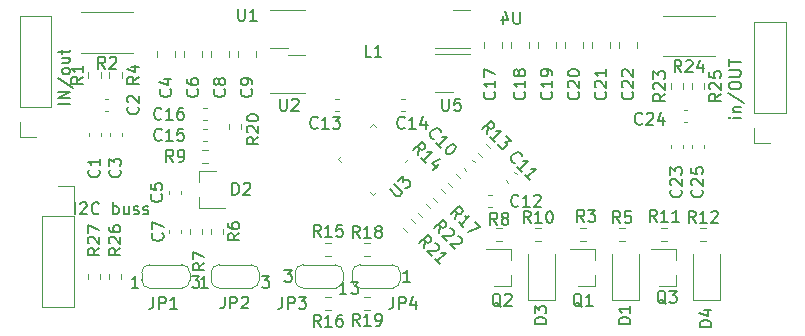
<source format=gbr>
%TF.GenerationSoftware,KiCad,Pcbnew,5.1.5+dfsg1-2build2*%
%TF.CreationDate,2021-12-28T20:55:31+01:00*%
%TF.ProjectId,Exousia,45786f75-7369-4612-9e6b-696361645f70,rev?*%
%TF.SameCoordinates,Original*%
%TF.FileFunction,Legend,Top*%
%TF.FilePolarity,Positive*%
%FSLAX46Y46*%
G04 Gerber Fmt 4.6, Leading zero omitted, Abs format (unit mm)*
G04 Created by KiCad (PCBNEW 5.1.5+dfsg1-2build2) date 2021-12-28 20:55:31*
%MOMM*%
%LPD*%
G04 APERTURE LIST*
%ADD10C,0.120000*%
%ADD11C,0.150000*%
G04 APERTURE END LIST*
D10*
%TO.C,R24*%
X188943264Y-143781200D02*
X184589136Y-143781200D01*
X188943264Y-147201200D02*
X184589136Y-147201200D01*
%TO.C,R2*%
X139679964Y-143489100D02*
X135325836Y-143489100D01*
X139679964Y-146909100D02*
X135325836Y-146909100D01*
%TO.C,U3*%
X160267487Y-158692503D02*
X160020000Y-158939991D01*
X160020000Y-158939991D02*
X159772513Y-158692503D01*
X159772513Y-153219497D02*
X160020000Y-152972009D01*
X160020000Y-152972009D02*
X160267487Y-153219497D01*
X157283497Y-155708513D02*
X157036009Y-155956000D01*
X157036009Y-155956000D02*
X157283497Y-156203487D01*
X162756503Y-156203487D02*
X163003991Y-155956000D01*
%TO.C,JP4*%
X161674000Y-166862000D02*
X158874000Y-166862000D01*
X158224000Y-166162000D02*
X158224000Y-165562000D01*
X158874000Y-164862000D02*
X161674000Y-164862000D01*
X162324000Y-165562000D02*
X162324000Y-166162000D01*
X162324000Y-166162000D02*
G75*
G02X161624000Y-166862000I-700000J0D01*
G01*
X161624000Y-164862000D02*
G75*
G02X162324000Y-165562000I0J-700000D01*
G01*
X158224000Y-165562000D02*
G75*
G02X158924000Y-164862000I700000J0D01*
G01*
X158924000Y-166862000D02*
G75*
G02X158224000Y-166162000I0J700000D01*
G01*
%TO.C,JP3*%
X156848000Y-166862000D02*
X154048000Y-166862000D01*
X153398000Y-166162000D02*
X153398000Y-165562000D01*
X154048000Y-164862000D02*
X156848000Y-164862000D01*
X157498000Y-165562000D02*
X157498000Y-166162000D01*
X157498000Y-166162000D02*
G75*
G02X156798000Y-166862000I-700000J0D01*
G01*
X156798000Y-164862000D02*
G75*
G02X157498000Y-165562000I0J-700000D01*
G01*
X153398000Y-165562000D02*
G75*
G02X154098000Y-164862000I700000J0D01*
G01*
X154098000Y-166862000D02*
G75*
G02X153398000Y-166162000I0J700000D01*
G01*
%TO.C,JP2*%
X146936000Y-164862000D02*
X149736000Y-164862000D01*
X150386000Y-165562000D02*
X150386000Y-166162000D01*
X149736000Y-166862000D02*
X146936000Y-166862000D01*
X146286000Y-166162000D02*
X146286000Y-165562000D01*
X146286000Y-165562000D02*
G75*
G02X146986000Y-164862000I700000J0D01*
G01*
X146986000Y-166862000D02*
G75*
G02X146286000Y-166162000I0J700000D01*
G01*
X150386000Y-166162000D02*
G75*
G02X149686000Y-166862000I-700000J0D01*
G01*
X149686000Y-164862000D02*
G75*
G02X150386000Y-165562000I0J-700000D01*
G01*
%TO.C,JP1*%
X141064000Y-164862000D02*
X143864000Y-164862000D01*
X144514000Y-165562000D02*
X144514000Y-166162000D01*
X143864000Y-166862000D02*
X141064000Y-166862000D01*
X140414000Y-166162000D02*
X140414000Y-165562000D01*
X140414000Y-165562000D02*
G75*
G02X141114000Y-164862000I700000J0D01*
G01*
X141114000Y-166862000D02*
G75*
G02X140414000Y-166162000I0J700000D01*
G01*
X144514000Y-166162000D02*
G75*
G02X143814000Y-166862000I-700000J0D01*
G01*
X143814000Y-164862000D02*
G75*
G02X144514000Y-165562000I0J-700000D01*
G01*
%TO.C,J3*%
X194941500Y-151993600D02*
X192281500Y-151993600D01*
X194941500Y-151993600D02*
X194941500Y-144313600D01*
X194941500Y-144313600D02*
X192281500Y-144313600D01*
X192281500Y-151993600D02*
X192281500Y-144313600D01*
X192281500Y-154593600D02*
X192281500Y-153263600D01*
X193611500Y-154593600D02*
X192281500Y-154593600D01*
%TO.C,J1*%
X132775000Y-151485600D02*
X130115000Y-151485600D01*
X132775000Y-151485600D02*
X132775000Y-143805600D01*
X132775000Y-143805600D02*
X130115000Y-143805600D01*
X130115000Y-151485600D02*
X130115000Y-143805600D01*
X130115000Y-154085600D02*
X130115000Y-152755600D01*
X131445000Y-154085600D02*
X130115000Y-154085600D01*
%TO.C,U5*%
X168257000Y-147072000D02*
X165257000Y-147072000D01*
X166757000Y-150292000D02*
X165257000Y-150292000D01*
%TO.C,U4*%
X165257000Y-146552000D02*
X168257000Y-146552000D01*
X166757000Y-143332000D02*
X168257000Y-143332000D01*
%TO.C,U2*%
X151287000Y-150362000D02*
X154287000Y-150362000D01*
X152787000Y-147142000D02*
X154287000Y-147142000D01*
%TO.C,U1*%
X154287000Y-143332000D02*
X151287000Y-143332000D01*
X152787000Y-146552000D02*
X151287000Y-146552000D01*
%TO.C,R27*%
X136920500Y-166099258D02*
X136920500Y-165624742D01*
X135875500Y-166099258D02*
X135875500Y-165624742D01*
%TO.C,R26*%
X138698500Y-166099258D02*
X138698500Y-165624742D01*
X137653500Y-166099258D02*
X137653500Y-165624742D01*
%TO.C,R25*%
X188025300Y-149995658D02*
X188025300Y-149521142D01*
X186980300Y-149995658D02*
X186980300Y-149521142D01*
%TO.C,R23*%
X186247300Y-149995658D02*
X186247300Y-149521142D01*
X185202300Y-149995658D02*
X185202300Y-149521142D01*
%TO.C,R22*%
X164875230Y-160072303D02*
X164539697Y-159736770D01*
X164136303Y-160811230D02*
X163800770Y-160475697D01*
%TO.C,R21*%
X163605230Y-161342303D02*
X163269697Y-161006770D01*
X162866303Y-162081230D02*
X162530770Y-161745697D01*
%TO.C,R20*%
X147813500Y-152924742D02*
X147813500Y-153399258D01*
X148858500Y-152924742D02*
X148858500Y-153399258D01*
%TO.C,R19*%
X159749258Y-167625500D02*
X159274742Y-167625500D01*
X159749258Y-168670500D02*
X159274742Y-168670500D01*
%TO.C,R18*%
X159274742Y-164098500D02*
X159749258Y-164098500D01*
X159274742Y-163053500D02*
X159749258Y-163053500D01*
%TO.C,R17*%
X165070770Y-159205697D02*
X165406303Y-159541230D01*
X165809697Y-158466770D02*
X166145230Y-158802303D01*
%TO.C,R16*%
X155972742Y-168670500D02*
X156447258Y-168670500D01*
X155972742Y-167625500D02*
X156447258Y-167625500D01*
%TO.C,R15*%
X156447258Y-163053500D02*
X155972742Y-163053500D01*
X156447258Y-164098500D02*
X155972742Y-164098500D01*
%TO.C,R14*%
X166340770Y-157935697D02*
X166676303Y-158271230D01*
X167079697Y-157196770D02*
X167415230Y-157532303D01*
%TO.C,R13*%
X168880770Y-155395697D02*
X169216303Y-155731230D01*
X169619697Y-154656770D02*
X169955230Y-154992303D01*
%TO.C,R12*%
X187722742Y-162828500D02*
X188197258Y-162828500D01*
X187722742Y-161783500D02*
X188197258Y-161783500D01*
%TO.C,R11*%
X184895258Y-161783500D02*
X184420742Y-161783500D01*
X184895258Y-162828500D02*
X184420742Y-162828500D01*
%TO.C,R10*%
X173752742Y-162828500D02*
X174227258Y-162828500D01*
X173752742Y-161783500D02*
X174227258Y-161783500D01*
%TO.C,R9*%
X146033258Y-155179500D02*
X145558742Y-155179500D01*
X146033258Y-156224500D02*
X145558742Y-156224500D01*
%TO.C,R8*%
X170925258Y-161783500D02*
X170450742Y-161783500D01*
X170925258Y-162828500D02*
X170450742Y-162828500D01*
%TO.C,R7*%
X145556500Y-162289258D02*
X145556500Y-161814742D01*
X144511500Y-162289258D02*
X144511500Y-161814742D01*
%TO.C,R6*%
X146289500Y-161814742D02*
X146289500Y-162289258D01*
X147334500Y-161814742D02*
X147334500Y-162289258D01*
%TO.C,R5*%
X180864742Y-162828500D02*
X181339258Y-162828500D01*
X180864742Y-161783500D02*
X181339258Y-161783500D01*
%TO.C,R4*%
X138736600Y-149030458D02*
X138736600Y-148555942D01*
X137691600Y-149030458D02*
X137691600Y-148555942D01*
%TO.C,R3*%
X178037258Y-161783500D02*
X177562742Y-161783500D01*
X178037258Y-162828500D02*
X177562742Y-162828500D01*
%TO.C,R1*%
X136958600Y-149030458D02*
X136958600Y-148555942D01*
X135913600Y-149030458D02*
X135913600Y-148555942D01*
%TO.C,Q3*%
X185672000Y-166680000D02*
X184212000Y-166680000D01*
X185672000Y-163520000D02*
X183512000Y-163520000D01*
X185672000Y-163520000D02*
X185672000Y-164450000D01*
X185672000Y-166680000D02*
X185672000Y-165750000D01*
%TO.C,Q2*%
X171702000Y-166680000D02*
X170242000Y-166680000D01*
X171702000Y-163520000D02*
X169542000Y-163520000D01*
X171702000Y-163520000D02*
X171702000Y-164450000D01*
X171702000Y-166680000D02*
X171702000Y-165750000D01*
%TO.C,Q1*%
X178814000Y-166680000D02*
X177354000Y-166680000D01*
X178814000Y-163520000D02*
X176654000Y-163520000D01*
X178814000Y-163520000D02*
X178814000Y-164450000D01*
X178814000Y-166680000D02*
X178814000Y-165750000D01*
%TO.C,J2*%
X133350000Y-158182000D02*
X134680000Y-158182000D01*
X134680000Y-158182000D02*
X134680000Y-159512000D01*
X134680000Y-160782000D02*
X134680000Y-168462000D01*
X132020000Y-168462000D02*
X134680000Y-168462000D01*
X132020000Y-160782000D02*
X132020000Y-168462000D01*
X132020000Y-160782000D02*
X134680000Y-160782000D01*
%TO.C,D4*%
X189349000Y-167893000D02*
X189349000Y-164008000D01*
X187079000Y-167893000D02*
X189349000Y-167893000D01*
X187079000Y-164008000D02*
X187079000Y-167893000D01*
%TO.C,D3*%
X175379000Y-167893000D02*
X175379000Y-164008000D01*
X173109000Y-167893000D02*
X175379000Y-167893000D01*
X173109000Y-164008000D02*
X173109000Y-167893000D01*
%TO.C,D2*%
X145290000Y-156916000D02*
X146750000Y-156916000D01*
X145290000Y-160076000D02*
X147450000Y-160076000D01*
X145290000Y-160076000D02*
X145290000Y-159146000D01*
X145290000Y-156916000D02*
X145290000Y-157846000D01*
%TO.C,D1*%
X182491000Y-167893000D02*
X182491000Y-164008000D01*
X180221000Y-167893000D02*
X182491000Y-167893000D01*
X180221000Y-164008000D02*
X180221000Y-167893000D01*
%TO.C,C25*%
X188012800Y-154978980D02*
X188012800Y-154697820D01*
X186992800Y-154978980D02*
X186992800Y-154697820D01*
%TO.C,C24*%
X186627380Y-151788400D02*
X186346220Y-151788400D01*
X186627380Y-152808400D02*
X186346220Y-152808400D01*
%TO.C,C23*%
X186234800Y-154978980D02*
X186234800Y-154697820D01*
X185214800Y-154978980D02*
X185214800Y-154697820D01*
%TO.C,C22*%
X180875000Y-146042748D02*
X180875000Y-146565252D01*
X182345000Y-146042748D02*
X182345000Y-146565252D01*
%TO.C,C21*%
X178589000Y-146042748D02*
X178589000Y-146565252D01*
X180059000Y-146042748D02*
X180059000Y-146565252D01*
%TO.C,C20*%
X176303000Y-146042748D02*
X176303000Y-146565252D01*
X177773000Y-146042748D02*
X177773000Y-146565252D01*
%TO.C,C19*%
X174017000Y-146042748D02*
X174017000Y-146565252D01*
X175487000Y-146042748D02*
X175487000Y-146565252D01*
%TO.C,C18*%
X171731000Y-146042748D02*
X171731000Y-146565252D01*
X173201000Y-146042748D02*
X173201000Y-146565252D01*
%TO.C,C17*%
X169445000Y-146042748D02*
X169445000Y-146565252D01*
X170915000Y-146042748D02*
X170915000Y-146565252D01*
%TO.C,C16*%
X145936580Y-151636000D02*
X145655420Y-151636000D01*
X145936580Y-152656000D02*
X145655420Y-152656000D01*
%TO.C,C15*%
X145936580Y-153414000D02*
X145655420Y-153414000D01*
X145936580Y-154434000D02*
X145655420Y-154434000D01*
%TO.C,C14*%
X162419420Y-151894000D02*
X162700580Y-151894000D01*
X162419420Y-150874000D02*
X162700580Y-150874000D01*
%TO.C,C13*%
X157112580Y-150874000D02*
X156831420Y-150874000D01*
X157112580Y-151894000D02*
X156831420Y-151894000D01*
%TO.C,C12*%
X169772420Y-160022000D02*
X170053580Y-160022000D01*
X169772420Y-159002000D02*
X170053580Y-159002000D01*
%TO.C,C11*%
X171243970Y-157741219D02*
X171442781Y-157940030D01*
X171965219Y-157019970D02*
X172164030Y-157218781D01*
%TO.C,C10*%
X167687970Y-156725219D02*
X167886781Y-156924030D01*
X168409219Y-156003970D02*
X168608030Y-156202781D01*
%TO.C,C9*%
X148617000Y-146804748D02*
X148617000Y-147327252D01*
X150087000Y-146804748D02*
X150087000Y-147327252D01*
%TO.C,C8*%
X146331000Y-146804748D02*
X146331000Y-147327252D01*
X147801000Y-146804748D02*
X147801000Y-147327252D01*
%TO.C,C7*%
X143766000Y-162192580D02*
X143766000Y-161911420D01*
X142746000Y-162192580D02*
X142746000Y-161911420D01*
%TO.C,C6*%
X144045000Y-146804748D02*
X144045000Y-147327252D01*
X145515000Y-146804748D02*
X145515000Y-147327252D01*
%TO.C,C5*%
X142746000Y-158609420D02*
X142746000Y-158890580D01*
X143766000Y-158609420D02*
X143766000Y-158890580D01*
%TO.C,C4*%
X141759000Y-146804748D02*
X141759000Y-147327252D01*
X143229000Y-146804748D02*
X143229000Y-147327252D01*
%TO.C,C3*%
X138724100Y-154013780D02*
X138724100Y-153732620D01*
X137704100Y-154013780D02*
X137704100Y-153732620D01*
%TO.C,C2*%
X137592680Y-150823200D02*
X137311520Y-150823200D01*
X137592680Y-151843200D02*
X137311520Y-151843200D01*
%TO.C,C1*%
X136946100Y-154013780D02*
X136946100Y-153732620D01*
X135926100Y-154013780D02*
X135926100Y-153732620D01*
%TO.C,R24*%
D11*
X186123342Y-148563580D02*
X185790009Y-148087390D01*
X185551914Y-148563580D02*
X185551914Y-147563580D01*
X185932866Y-147563580D01*
X186028104Y-147611200D01*
X186075723Y-147658819D01*
X186123342Y-147754057D01*
X186123342Y-147896914D01*
X186075723Y-147992152D01*
X186028104Y-148039771D01*
X185932866Y-148087390D01*
X185551914Y-148087390D01*
X186504295Y-147658819D02*
X186551914Y-147611200D01*
X186647152Y-147563580D01*
X186885247Y-147563580D01*
X186980485Y-147611200D01*
X187028104Y-147658819D01*
X187075723Y-147754057D01*
X187075723Y-147849295D01*
X187028104Y-147992152D01*
X186456676Y-148563580D01*
X187075723Y-148563580D01*
X187932866Y-147896914D02*
X187932866Y-148563580D01*
X187694771Y-147515961D02*
X187456676Y-148230247D01*
X188075723Y-148230247D01*
%TO.C,R2*%
X137336233Y-148271480D02*
X137002900Y-147795290D01*
X136764804Y-148271480D02*
X136764804Y-147271480D01*
X137145757Y-147271480D01*
X137240995Y-147319100D01*
X137288614Y-147366719D01*
X137336233Y-147461957D01*
X137336233Y-147604814D01*
X137288614Y-147700052D01*
X137240995Y-147747671D01*
X137145757Y-147795290D01*
X136764804Y-147795290D01*
X137717185Y-147366719D02*
X137764804Y-147319100D01*
X137860042Y-147271480D01*
X138098138Y-147271480D01*
X138193376Y-147319100D01*
X138240995Y-147366719D01*
X138288614Y-147461957D01*
X138288614Y-147557195D01*
X138240995Y-147700052D01*
X137669566Y-148271480D01*
X138288614Y-148271480D01*
%TO.C,L1*%
X159853333Y-147264380D02*
X159377142Y-147264380D01*
X159377142Y-146264380D01*
X160710476Y-147264380D02*
X160139047Y-147264380D01*
X160424761Y-147264380D02*
X160424761Y-146264380D01*
X160329523Y-146407238D01*
X160234285Y-146502476D01*
X160139047Y-146550095D01*
%TO.C,U3*%
X161427478Y-158440974D02*
X161999898Y-159013394D01*
X162100913Y-159047066D01*
X162168257Y-159047066D01*
X162269272Y-159013394D01*
X162403959Y-158878707D01*
X162437631Y-158777692D01*
X162437631Y-158710348D01*
X162403959Y-158609333D01*
X161831539Y-158036913D01*
X162100913Y-157767539D02*
X162538646Y-157329807D01*
X162572318Y-157834883D01*
X162673333Y-157733868D01*
X162774348Y-157700196D01*
X162841692Y-157700196D01*
X162942707Y-157733868D01*
X163111066Y-157902226D01*
X163144738Y-158003242D01*
X163144738Y-158070585D01*
X163111066Y-158171600D01*
X162909035Y-158373631D01*
X162808020Y-158407303D01*
X162740677Y-158407303D01*
%TO.C,JP4*%
X161726666Y-167600380D02*
X161726666Y-168314666D01*
X161679047Y-168457523D01*
X161583809Y-168552761D01*
X161440952Y-168600380D01*
X161345714Y-168600380D01*
X162202857Y-168600380D02*
X162202857Y-167600380D01*
X162583809Y-167600380D01*
X162679047Y-167648000D01*
X162726666Y-167695619D01*
X162774285Y-167790857D01*
X162774285Y-167933714D01*
X162726666Y-168028952D01*
X162679047Y-168076571D01*
X162583809Y-168124190D01*
X162202857Y-168124190D01*
X163631428Y-167933714D02*
X163631428Y-168600380D01*
X163393333Y-167552761D02*
X163155238Y-168267047D01*
X163774285Y-168267047D01*
X163159714Y-166314380D02*
X162588285Y-166314380D01*
X162874000Y-166314380D02*
X162874000Y-165314380D01*
X162778761Y-165457238D01*
X162683523Y-165552476D01*
X162588285Y-165600095D01*
X158162666Y-166330380D02*
X158781714Y-166330380D01*
X158448380Y-166711333D01*
X158591238Y-166711333D01*
X158686476Y-166758952D01*
X158734095Y-166806571D01*
X158781714Y-166901809D01*
X158781714Y-167139904D01*
X158734095Y-167235142D01*
X158686476Y-167282761D01*
X158591238Y-167330380D01*
X158305523Y-167330380D01*
X158210285Y-167282761D01*
X158162666Y-167235142D01*
%TO.C,JP3*%
X152328666Y-167600380D02*
X152328666Y-168314666D01*
X152281047Y-168457523D01*
X152185809Y-168552761D01*
X152042952Y-168600380D01*
X151947714Y-168600380D01*
X152804857Y-168600380D02*
X152804857Y-167600380D01*
X153185809Y-167600380D01*
X153281047Y-167648000D01*
X153328666Y-167695619D01*
X153376285Y-167790857D01*
X153376285Y-167933714D01*
X153328666Y-168028952D01*
X153281047Y-168076571D01*
X153185809Y-168124190D01*
X152804857Y-168124190D01*
X153709619Y-167600380D02*
X154328666Y-167600380D01*
X153995333Y-167981333D01*
X154138190Y-167981333D01*
X154233428Y-168028952D01*
X154281047Y-168076571D01*
X154328666Y-168171809D01*
X154328666Y-168409904D01*
X154281047Y-168505142D01*
X154233428Y-168552761D01*
X154138190Y-168600380D01*
X153852476Y-168600380D01*
X153757238Y-168552761D01*
X153709619Y-168505142D01*
X157765714Y-167330380D02*
X157194285Y-167330380D01*
X157480000Y-167330380D02*
X157480000Y-166330380D01*
X157384761Y-166473238D01*
X157289523Y-166568476D01*
X157194285Y-166616095D01*
X152514666Y-165314380D02*
X153133714Y-165314380D01*
X152800380Y-165695333D01*
X152943238Y-165695333D01*
X153038476Y-165742952D01*
X153086095Y-165790571D01*
X153133714Y-165885809D01*
X153133714Y-166123904D01*
X153086095Y-166219142D01*
X153038476Y-166266761D01*
X152943238Y-166314380D01*
X152657523Y-166314380D01*
X152562285Y-166266761D01*
X152514666Y-166219142D01*
%TO.C,JP2*%
X147451866Y-167574980D02*
X147451866Y-168289266D01*
X147404247Y-168432123D01*
X147309009Y-168527361D01*
X147166152Y-168574980D01*
X147070914Y-168574980D01*
X147928057Y-168574980D02*
X147928057Y-167574980D01*
X148309009Y-167574980D01*
X148404247Y-167622600D01*
X148451866Y-167670219D01*
X148499485Y-167765457D01*
X148499485Y-167908314D01*
X148451866Y-168003552D01*
X148404247Y-168051171D01*
X148309009Y-168098790D01*
X147928057Y-168098790D01*
X148880438Y-167670219D02*
X148928057Y-167622600D01*
X149023295Y-167574980D01*
X149261390Y-167574980D01*
X149356628Y-167622600D01*
X149404247Y-167670219D01*
X149451866Y-167765457D01*
X149451866Y-167860695D01*
X149404247Y-168003552D01*
X148832819Y-168574980D01*
X149451866Y-168574980D01*
X146021714Y-166822380D02*
X145450285Y-166822380D01*
X145736000Y-166822380D02*
X145736000Y-165822380D01*
X145640761Y-165965238D01*
X145545523Y-166060476D01*
X145450285Y-166108095D01*
X150602666Y-165822380D02*
X151221714Y-165822380D01*
X150888380Y-166203333D01*
X151031238Y-166203333D01*
X151126476Y-166250952D01*
X151174095Y-166298571D01*
X151221714Y-166393809D01*
X151221714Y-166631904D01*
X151174095Y-166727142D01*
X151126476Y-166774761D01*
X151031238Y-166822380D01*
X150745523Y-166822380D01*
X150650285Y-166774761D01*
X150602666Y-166727142D01*
%TO.C,JP1*%
X141406666Y-167600380D02*
X141406666Y-168314666D01*
X141359047Y-168457523D01*
X141263809Y-168552761D01*
X141120952Y-168600380D01*
X141025714Y-168600380D01*
X141882857Y-168600380D02*
X141882857Y-167600380D01*
X142263809Y-167600380D01*
X142359047Y-167648000D01*
X142406666Y-167695619D01*
X142454285Y-167790857D01*
X142454285Y-167933714D01*
X142406666Y-168028952D01*
X142359047Y-168076571D01*
X142263809Y-168124190D01*
X141882857Y-168124190D01*
X143406666Y-168600380D02*
X142835238Y-168600380D01*
X143120952Y-168600380D02*
X143120952Y-167600380D01*
X143025714Y-167743238D01*
X142930476Y-167838476D01*
X142835238Y-167886095D01*
X140149714Y-166822380D02*
X139578285Y-166822380D01*
X139864000Y-166822380D02*
X139864000Y-165822380D01*
X139768761Y-165965238D01*
X139673523Y-166060476D01*
X139578285Y-166108095D01*
X144700666Y-165822380D02*
X145319714Y-165822380D01*
X144986380Y-166203333D01*
X145129238Y-166203333D01*
X145224476Y-166250952D01*
X145272095Y-166298571D01*
X145319714Y-166393809D01*
X145319714Y-166631904D01*
X145272095Y-166727142D01*
X145224476Y-166774761D01*
X145129238Y-166822380D01*
X144843523Y-166822380D01*
X144748285Y-166774761D01*
X144700666Y-166727142D01*
%TO.C,J3*%
X191155580Y-152417161D02*
X190488914Y-152417161D01*
X190155580Y-152417161D02*
X190203200Y-152464780D01*
X190250819Y-152417161D01*
X190203200Y-152369542D01*
X190155580Y-152417161D01*
X190250819Y-152417161D01*
X190488914Y-151940971D02*
X191155580Y-151940971D01*
X190584152Y-151940971D02*
X190536533Y-151893352D01*
X190488914Y-151798114D01*
X190488914Y-151655257D01*
X190536533Y-151560019D01*
X190631771Y-151512400D01*
X191155580Y-151512400D01*
X190107961Y-150321923D02*
X191393676Y-151179066D01*
X190155580Y-149798114D02*
X190155580Y-149607638D01*
X190203200Y-149512400D01*
X190298438Y-149417161D01*
X190488914Y-149369542D01*
X190822247Y-149369542D01*
X191012723Y-149417161D01*
X191107961Y-149512400D01*
X191155580Y-149607638D01*
X191155580Y-149798114D01*
X191107961Y-149893352D01*
X191012723Y-149988590D01*
X190822247Y-150036209D01*
X190488914Y-150036209D01*
X190298438Y-149988590D01*
X190203200Y-149893352D01*
X190155580Y-149798114D01*
X190155580Y-148940971D02*
X190965104Y-148940971D01*
X191060342Y-148893352D01*
X191107961Y-148845733D01*
X191155580Y-148750495D01*
X191155580Y-148560019D01*
X191107961Y-148464780D01*
X191060342Y-148417161D01*
X190965104Y-148369542D01*
X190155580Y-148369542D01*
X190155580Y-148036209D02*
X190155580Y-147464780D01*
X191155580Y-147750495D02*
X190155580Y-147750495D01*
%TO.C,J1*%
X134361180Y-151272595D02*
X133361180Y-151272595D01*
X134361180Y-150796404D02*
X133361180Y-150796404D01*
X134361180Y-150224976D01*
X133361180Y-150224976D01*
X133313561Y-149034500D02*
X134599276Y-149891642D01*
X134361180Y-148558309D02*
X134313561Y-148653547D01*
X134265942Y-148701166D01*
X134170704Y-148748785D01*
X133884990Y-148748785D01*
X133789752Y-148701166D01*
X133742133Y-148653547D01*
X133694514Y-148558309D01*
X133694514Y-148415452D01*
X133742133Y-148320214D01*
X133789752Y-148272595D01*
X133884990Y-148224976D01*
X134170704Y-148224976D01*
X134265942Y-148272595D01*
X134313561Y-148320214D01*
X134361180Y-148415452D01*
X134361180Y-148558309D01*
X133694514Y-147367833D02*
X134361180Y-147367833D01*
X133694514Y-147796404D02*
X134218323Y-147796404D01*
X134313561Y-147748785D01*
X134361180Y-147653547D01*
X134361180Y-147510690D01*
X134313561Y-147415452D01*
X134265942Y-147367833D01*
X133694514Y-147034500D02*
X133694514Y-146653547D01*
X133361180Y-146891642D02*
X134218323Y-146891642D01*
X134313561Y-146844023D01*
X134361180Y-146748785D01*
X134361180Y-146653547D01*
%TO.C,U5*%
X165874095Y-150836380D02*
X165874095Y-151645904D01*
X165921714Y-151741142D01*
X165969333Y-151788761D01*
X166064571Y-151836380D01*
X166255047Y-151836380D01*
X166350285Y-151788761D01*
X166397904Y-151741142D01*
X166445523Y-151645904D01*
X166445523Y-150836380D01*
X167397904Y-150836380D02*
X166921714Y-150836380D01*
X166874095Y-151312571D01*
X166921714Y-151264952D01*
X167016952Y-151217333D01*
X167255047Y-151217333D01*
X167350285Y-151264952D01*
X167397904Y-151312571D01*
X167445523Y-151407809D01*
X167445523Y-151645904D01*
X167397904Y-151741142D01*
X167350285Y-151788761D01*
X167255047Y-151836380D01*
X167016952Y-151836380D01*
X166921714Y-151788761D01*
X166874095Y-151741142D01*
%TO.C,U4*%
X172465904Y-143470380D02*
X172465904Y-144279904D01*
X172418285Y-144375142D01*
X172370666Y-144422761D01*
X172275428Y-144470380D01*
X172084952Y-144470380D01*
X171989714Y-144422761D01*
X171942095Y-144375142D01*
X171894476Y-144279904D01*
X171894476Y-143470380D01*
X170989714Y-143803714D02*
X170989714Y-144470380D01*
X171227809Y-143422761D02*
X171465904Y-144137047D01*
X170846857Y-144137047D01*
%TO.C,U2*%
X152146095Y-150836380D02*
X152146095Y-151645904D01*
X152193714Y-151741142D01*
X152241333Y-151788761D01*
X152336571Y-151836380D01*
X152527047Y-151836380D01*
X152622285Y-151788761D01*
X152669904Y-151741142D01*
X152717523Y-151645904D01*
X152717523Y-150836380D01*
X153146095Y-150931619D02*
X153193714Y-150884000D01*
X153288952Y-150836380D01*
X153527047Y-150836380D01*
X153622285Y-150884000D01*
X153669904Y-150931619D01*
X153717523Y-151026857D01*
X153717523Y-151122095D01*
X153669904Y-151264952D01*
X153098476Y-151836380D01*
X153717523Y-151836380D01*
%TO.C,U1*%
X148590095Y-143216380D02*
X148590095Y-144025904D01*
X148637714Y-144121142D01*
X148685333Y-144168761D01*
X148780571Y-144216380D01*
X148971047Y-144216380D01*
X149066285Y-144168761D01*
X149113904Y-144121142D01*
X149161523Y-144025904D01*
X149161523Y-143216380D01*
X150161523Y-144216380D02*
X149590095Y-144216380D01*
X149875809Y-144216380D02*
X149875809Y-143216380D01*
X149780571Y-143359238D01*
X149685333Y-143454476D01*
X149590095Y-143502095D01*
%TO.C,R27*%
X136850380Y-163456857D02*
X136374190Y-163790190D01*
X136850380Y-164028285D02*
X135850380Y-164028285D01*
X135850380Y-163647333D01*
X135898000Y-163552095D01*
X135945619Y-163504476D01*
X136040857Y-163456857D01*
X136183714Y-163456857D01*
X136278952Y-163504476D01*
X136326571Y-163552095D01*
X136374190Y-163647333D01*
X136374190Y-164028285D01*
X135945619Y-163075904D02*
X135898000Y-163028285D01*
X135850380Y-162933047D01*
X135850380Y-162694952D01*
X135898000Y-162599714D01*
X135945619Y-162552095D01*
X136040857Y-162504476D01*
X136136095Y-162504476D01*
X136278952Y-162552095D01*
X136850380Y-163123523D01*
X136850380Y-162504476D01*
X135850380Y-162171142D02*
X135850380Y-161504476D01*
X136850380Y-161933047D01*
%TO.C,R26*%
X138628380Y-163456857D02*
X138152190Y-163790190D01*
X138628380Y-164028285D02*
X137628380Y-164028285D01*
X137628380Y-163647333D01*
X137676000Y-163552095D01*
X137723619Y-163504476D01*
X137818857Y-163456857D01*
X137961714Y-163456857D01*
X138056952Y-163504476D01*
X138104571Y-163552095D01*
X138152190Y-163647333D01*
X138152190Y-164028285D01*
X137723619Y-163075904D02*
X137676000Y-163028285D01*
X137628380Y-162933047D01*
X137628380Y-162694952D01*
X137676000Y-162599714D01*
X137723619Y-162552095D01*
X137818857Y-162504476D01*
X137914095Y-162504476D01*
X138056952Y-162552095D01*
X138628380Y-163123523D01*
X138628380Y-162504476D01*
X137628380Y-161647333D02*
X137628380Y-161837809D01*
X137676000Y-161933047D01*
X137723619Y-161980666D01*
X137866476Y-162075904D01*
X138056952Y-162123523D01*
X138437904Y-162123523D01*
X138533142Y-162075904D01*
X138580761Y-162028285D01*
X138628380Y-161933047D01*
X138628380Y-161742571D01*
X138580761Y-161647333D01*
X138533142Y-161599714D01*
X138437904Y-161552095D01*
X138199809Y-161552095D01*
X138104571Y-161599714D01*
X138056952Y-161647333D01*
X138009333Y-161742571D01*
X138009333Y-161933047D01*
X138056952Y-162028285D01*
X138104571Y-162075904D01*
X138199809Y-162123523D01*
%TO.C,R25*%
X189479180Y-150401257D02*
X189002990Y-150734590D01*
X189479180Y-150972685D02*
X188479180Y-150972685D01*
X188479180Y-150591733D01*
X188526800Y-150496495D01*
X188574419Y-150448876D01*
X188669657Y-150401257D01*
X188812514Y-150401257D01*
X188907752Y-150448876D01*
X188955371Y-150496495D01*
X189002990Y-150591733D01*
X189002990Y-150972685D01*
X188574419Y-150020304D02*
X188526800Y-149972685D01*
X188479180Y-149877447D01*
X188479180Y-149639352D01*
X188526800Y-149544114D01*
X188574419Y-149496495D01*
X188669657Y-149448876D01*
X188764895Y-149448876D01*
X188907752Y-149496495D01*
X189479180Y-150067923D01*
X189479180Y-149448876D01*
X188479180Y-148544114D02*
X188479180Y-149020304D01*
X188955371Y-149067923D01*
X188907752Y-149020304D01*
X188860133Y-148925066D01*
X188860133Y-148686971D01*
X188907752Y-148591733D01*
X188955371Y-148544114D01*
X189050609Y-148496495D01*
X189288704Y-148496495D01*
X189383942Y-148544114D01*
X189431561Y-148591733D01*
X189479180Y-148686971D01*
X189479180Y-148925066D01*
X189431561Y-149020304D01*
X189383942Y-149067923D01*
%TO.C,R23*%
X184747180Y-150401257D02*
X184270990Y-150734590D01*
X184747180Y-150972685D02*
X183747180Y-150972685D01*
X183747180Y-150591733D01*
X183794800Y-150496495D01*
X183842419Y-150448876D01*
X183937657Y-150401257D01*
X184080514Y-150401257D01*
X184175752Y-150448876D01*
X184223371Y-150496495D01*
X184270990Y-150591733D01*
X184270990Y-150972685D01*
X183842419Y-150020304D02*
X183794800Y-149972685D01*
X183747180Y-149877447D01*
X183747180Y-149639352D01*
X183794800Y-149544114D01*
X183842419Y-149496495D01*
X183937657Y-149448876D01*
X184032895Y-149448876D01*
X184175752Y-149496495D01*
X184747180Y-150067923D01*
X184747180Y-149448876D01*
X183747180Y-149115542D02*
X183747180Y-148496495D01*
X184128133Y-148829828D01*
X184128133Y-148686971D01*
X184175752Y-148591733D01*
X184223371Y-148544114D01*
X184318609Y-148496495D01*
X184556704Y-148496495D01*
X184651942Y-148544114D01*
X184699561Y-148591733D01*
X184747180Y-148686971D01*
X184747180Y-148972685D01*
X184699561Y-149067923D01*
X184651942Y-149115542D01*
%TO.C,R22*%
X165595549Y-162171312D02*
X165696564Y-161598893D01*
X165191488Y-161767251D02*
X165898595Y-161060145D01*
X166167969Y-161329519D01*
X166201641Y-161430534D01*
X166201641Y-161497877D01*
X166167969Y-161598893D01*
X166066954Y-161699908D01*
X165965938Y-161733580D01*
X165898595Y-161733580D01*
X165797580Y-161699908D01*
X165528206Y-161430534D01*
X166504687Y-161800923D02*
X166572030Y-161800923D01*
X166673045Y-161834595D01*
X166841404Y-162002954D01*
X166875076Y-162103969D01*
X166875076Y-162171312D01*
X166841404Y-162272328D01*
X166774061Y-162339671D01*
X166639374Y-162407015D01*
X165831251Y-162407015D01*
X166268984Y-162844748D01*
X167178122Y-162474358D02*
X167245465Y-162474358D01*
X167346480Y-162508030D01*
X167514839Y-162676389D01*
X167548511Y-162777404D01*
X167548511Y-162844748D01*
X167514839Y-162945763D01*
X167447496Y-163013106D01*
X167312809Y-163080450D01*
X166504687Y-163080450D01*
X166942419Y-163518183D01*
%TO.C,R21*%
X164325549Y-163441312D02*
X164426564Y-162868893D01*
X163921488Y-163037251D02*
X164628595Y-162330145D01*
X164897969Y-162599519D01*
X164931641Y-162700534D01*
X164931641Y-162767877D01*
X164897969Y-162868893D01*
X164796954Y-162969908D01*
X164695938Y-163003580D01*
X164628595Y-163003580D01*
X164527580Y-162969908D01*
X164258206Y-162700534D01*
X165234687Y-163070923D02*
X165302030Y-163070923D01*
X165403045Y-163104595D01*
X165571404Y-163272954D01*
X165605076Y-163373969D01*
X165605076Y-163441312D01*
X165571404Y-163542328D01*
X165504061Y-163609671D01*
X165369374Y-163677015D01*
X164561251Y-163677015D01*
X164998984Y-164114748D01*
X165672419Y-164788183D02*
X165268358Y-164384122D01*
X165470389Y-164586152D02*
X166177496Y-163879045D01*
X166009137Y-163912717D01*
X165874450Y-163912717D01*
X165773435Y-163879045D01*
%TO.C,R20*%
X150312380Y-154058857D02*
X149836190Y-154392190D01*
X150312380Y-154630285D02*
X149312380Y-154630285D01*
X149312380Y-154249333D01*
X149360000Y-154154095D01*
X149407619Y-154106476D01*
X149502857Y-154058857D01*
X149645714Y-154058857D01*
X149740952Y-154106476D01*
X149788571Y-154154095D01*
X149836190Y-154249333D01*
X149836190Y-154630285D01*
X149407619Y-153677904D02*
X149360000Y-153630285D01*
X149312380Y-153535047D01*
X149312380Y-153296952D01*
X149360000Y-153201714D01*
X149407619Y-153154095D01*
X149502857Y-153106476D01*
X149598095Y-153106476D01*
X149740952Y-153154095D01*
X150312380Y-153725523D01*
X150312380Y-153106476D01*
X149312380Y-152487428D02*
X149312380Y-152392190D01*
X149360000Y-152296952D01*
X149407619Y-152249333D01*
X149502857Y-152201714D01*
X149693333Y-152154095D01*
X149931428Y-152154095D01*
X150121904Y-152201714D01*
X150217142Y-152249333D01*
X150264761Y-152296952D01*
X150312380Y-152392190D01*
X150312380Y-152487428D01*
X150264761Y-152582666D01*
X150217142Y-152630285D01*
X150121904Y-152677904D01*
X149931428Y-152725523D01*
X149693333Y-152725523D01*
X149502857Y-152677904D01*
X149407619Y-152630285D01*
X149360000Y-152582666D01*
X149312380Y-152487428D01*
%TO.C,R19*%
X158869142Y-170030380D02*
X158535809Y-169554190D01*
X158297714Y-170030380D02*
X158297714Y-169030380D01*
X158678666Y-169030380D01*
X158773904Y-169078000D01*
X158821523Y-169125619D01*
X158869142Y-169220857D01*
X158869142Y-169363714D01*
X158821523Y-169458952D01*
X158773904Y-169506571D01*
X158678666Y-169554190D01*
X158297714Y-169554190D01*
X159821523Y-170030380D02*
X159250095Y-170030380D01*
X159535809Y-170030380D02*
X159535809Y-169030380D01*
X159440571Y-169173238D01*
X159345333Y-169268476D01*
X159250095Y-169316095D01*
X160297714Y-170030380D02*
X160488190Y-170030380D01*
X160583428Y-169982761D01*
X160631047Y-169935142D01*
X160726285Y-169792285D01*
X160773904Y-169601809D01*
X160773904Y-169220857D01*
X160726285Y-169125619D01*
X160678666Y-169078000D01*
X160583428Y-169030380D01*
X160392952Y-169030380D01*
X160297714Y-169078000D01*
X160250095Y-169125619D01*
X160202476Y-169220857D01*
X160202476Y-169458952D01*
X160250095Y-169554190D01*
X160297714Y-169601809D01*
X160392952Y-169649428D01*
X160583428Y-169649428D01*
X160678666Y-169601809D01*
X160726285Y-169554190D01*
X160773904Y-169458952D01*
%TO.C,R18*%
X158869142Y-162598380D02*
X158535809Y-162122190D01*
X158297714Y-162598380D02*
X158297714Y-161598380D01*
X158678666Y-161598380D01*
X158773904Y-161646000D01*
X158821523Y-161693619D01*
X158869142Y-161788857D01*
X158869142Y-161931714D01*
X158821523Y-162026952D01*
X158773904Y-162074571D01*
X158678666Y-162122190D01*
X158297714Y-162122190D01*
X159821523Y-162598380D02*
X159250095Y-162598380D01*
X159535809Y-162598380D02*
X159535809Y-161598380D01*
X159440571Y-161741238D01*
X159345333Y-161836476D01*
X159250095Y-161884095D01*
X160392952Y-162026952D02*
X160297714Y-161979333D01*
X160250095Y-161931714D01*
X160202476Y-161836476D01*
X160202476Y-161788857D01*
X160250095Y-161693619D01*
X160297714Y-161646000D01*
X160392952Y-161598380D01*
X160583428Y-161598380D01*
X160678666Y-161646000D01*
X160726285Y-161693619D01*
X160773904Y-161788857D01*
X160773904Y-161836476D01*
X160726285Y-161931714D01*
X160678666Y-161979333D01*
X160583428Y-162026952D01*
X160392952Y-162026952D01*
X160297714Y-162074571D01*
X160250095Y-162122190D01*
X160202476Y-162217428D01*
X160202476Y-162407904D01*
X160250095Y-162503142D01*
X160297714Y-162550761D01*
X160392952Y-162598380D01*
X160583428Y-162598380D01*
X160678666Y-162550761D01*
X160726285Y-162503142D01*
X160773904Y-162407904D01*
X160773904Y-162217428D01*
X160726285Y-162122190D01*
X160678666Y-162074571D01*
X160583428Y-162026952D01*
%TO.C,R17*%
X166988810Y-161024573D02*
X167089825Y-160452154D01*
X166584749Y-160620512D02*
X167291856Y-159913406D01*
X167561230Y-160182780D01*
X167594902Y-160283795D01*
X167594902Y-160351138D01*
X167561230Y-160452154D01*
X167460215Y-160553169D01*
X167359199Y-160586841D01*
X167291856Y-160586841D01*
X167190841Y-160553169D01*
X166921467Y-160283795D01*
X167662245Y-161698009D02*
X167258184Y-161293948D01*
X167460215Y-161495978D02*
X168167322Y-160788871D01*
X167998963Y-160822543D01*
X167864276Y-160822543D01*
X167763261Y-160788871D01*
X168605054Y-161226604D02*
X169076459Y-161698009D01*
X168066306Y-162102070D01*
%TO.C,R16*%
X155567142Y-170124380D02*
X155233809Y-169648190D01*
X154995714Y-170124380D02*
X154995714Y-169124380D01*
X155376666Y-169124380D01*
X155471904Y-169172000D01*
X155519523Y-169219619D01*
X155567142Y-169314857D01*
X155567142Y-169457714D01*
X155519523Y-169552952D01*
X155471904Y-169600571D01*
X155376666Y-169648190D01*
X154995714Y-169648190D01*
X156519523Y-170124380D02*
X155948095Y-170124380D01*
X156233809Y-170124380D02*
X156233809Y-169124380D01*
X156138571Y-169267238D01*
X156043333Y-169362476D01*
X155948095Y-169410095D01*
X157376666Y-169124380D02*
X157186190Y-169124380D01*
X157090952Y-169172000D01*
X157043333Y-169219619D01*
X156948095Y-169362476D01*
X156900476Y-169552952D01*
X156900476Y-169933904D01*
X156948095Y-170029142D01*
X156995714Y-170076761D01*
X157090952Y-170124380D01*
X157281428Y-170124380D01*
X157376666Y-170076761D01*
X157424285Y-170029142D01*
X157471904Y-169933904D01*
X157471904Y-169695809D01*
X157424285Y-169600571D01*
X157376666Y-169552952D01*
X157281428Y-169505333D01*
X157090952Y-169505333D01*
X156995714Y-169552952D01*
X156948095Y-169600571D01*
X156900476Y-169695809D01*
%TO.C,R15*%
X155567142Y-162504380D02*
X155233809Y-162028190D01*
X154995714Y-162504380D02*
X154995714Y-161504380D01*
X155376666Y-161504380D01*
X155471904Y-161552000D01*
X155519523Y-161599619D01*
X155567142Y-161694857D01*
X155567142Y-161837714D01*
X155519523Y-161932952D01*
X155471904Y-161980571D01*
X155376666Y-162028190D01*
X154995714Y-162028190D01*
X156519523Y-162504380D02*
X155948095Y-162504380D01*
X156233809Y-162504380D02*
X156233809Y-161504380D01*
X156138571Y-161647238D01*
X156043333Y-161742476D01*
X155948095Y-161790095D01*
X157424285Y-161504380D02*
X156948095Y-161504380D01*
X156900476Y-161980571D01*
X156948095Y-161932952D01*
X157043333Y-161885333D01*
X157281428Y-161885333D01*
X157376666Y-161932952D01*
X157424285Y-161980571D01*
X157471904Y-162075809D01*
X157471904Y-162313904D01*
X157424285Y-162409142D01*
X157376666Y-162456761D01*
X157281428Y-162504380D01*
X157043333Y-162504380D01*
X156948095Y-162456761D01*
X156900476Y-162409142D01*
%TO.C,R14*%
X163817549Y-155567312D02*
X163918564Y-154994893D01*
X163413488Y-155163251D02*
X164120595Y-154456145D01*
X164389969Y-154725519D01*
X164423641Y-154826534D01*
X164423641Y-154893877D01*
X164389969Y-154994893D01*
X164288954Y-155095908D01*
X164187938Y-155129580D01*
X164120595Y-155129580D01*
X164019580Y-155095908D01*
X163750206Y-154826534D01*
X164490984Y-156240748D02*
X164086923Y-155836687D01*
X164288954Y-156038717D02*
X164996061Y-155331610D01*
X164827702Y-155365282D01*
X164693015Y-155365282D01*
X164592000Y-155331610D01*
X165568480Y-156375435D02*
X165097076Y-156846839D01*
X165669496Y-155937702D02*
X164996061Y-156274419D01*
X165433793Y-156712152D01*
%TO.C,R13*%
X169659549Y-153789312D02*
X169760564Y-153216893D01*
X169255488Y-153385251D02*
X169962595Y-152678145D01*
X170231969Y-152947519D01*
X170265641Y-153048534D01*
X170265641Y-153115877D01*
X170231969Y-153216893D01*
X170130954Y-153317908D01*
X170029938Y-153351580D01*
X169962595Y-153351580D01*
X169861580Y-153317908D01*
X169592206Y-153048534D01*
X170332984Y-154462748D02*
X169928923Y-154058687D01*
X170130954Y-154260717D02*
X170838061Y-153553610D01*
X170669702Y-153587282D01*
X170535015Y-153587282D01*
X170434000Y-153553610D01*
X171275793Y-153991343D02*
X171713526Y-154429076D01*
X171208450Y-154462748D01*
X171309465Y-154563763D01*
X171343137Y-154664778D01*
X171343137Y-154732122D01*
X171309465Y-154833137D01*
X171141106Y-155001496D01*
X171040091Y-155035167D01*
X170972748Y-155035167D01*
X170871732Y-155001496D01*
X170669702Y-154799465D01*
X170636030Y-154698450D01*
X170636030Y-154631106D01*
%TO.C,R12*%
X187317142Y-161328380D02*
X186983809Y-160852190D01*
X186745714Y-161328380D02*
X186745714Y-160328380D01*
X187126666Y-160328380D01*
X187221904Y-160376000D01*
X187269523Y-160423619D01*
X187317142Y-160518857D01*
X187317142Y-160661714D01*
X187269523Y-160756952D01*
X187221904Y-160804571D01*
X187126666Y-160852190D01*
X186745714Y-160852190D01*
X188269523Y-161328380D02*
X187698095Y-161328380D01*
X187983809Y-161328380D02*
X187983809Y-160328380D01*
X187888571Y-160471238D01*
X187793333Y-160566476D01*
X187698095Y-160614095D01*
X188650476Y-160423619D02*
X188698095Y-160376000D01*
X188793333Y-160328380D01*
X189031428Y-160328380D01*
X189126666Y-160376000D01*
X189174285Y-160423619D01*
X189221904Y-160518857D01*
X189221904Y-160614095D01*
X189174285Y-160756952D01*
X188602857Y-161328380D01*
X189221904Y-161328380D01*
%TO.C,R11*%
X184015142Y-161234380D02*
X183681809Y-160758190D01*
X183443714Y-161234380D02*
X183443714Y-160234380D01*
X183824666Y-160234380D01*
X183919904Y-160282000D01*
X183967523Y-160329619D01*
X184015142Y-160424857D01*
X184015142Y-160567714D01*
X183967523Y-160662952D01*
X183919904Y-160710571D01*
X183824666Y-160758190D01*
X183443714Y-160758190D01*
X184967523Y-161234380D02*
X184396095Y-161234380D01*
X184681809Y-161234380D02*
X184681809Y-160234380D01*
X184586571Y-160377238D01*
X184491333Y-160472476D01*
X184396095Y-160520095D01*
X185919904Y-161234380D02*
X185348476Y-161234380D01*
X185634190Y-161234380D02*
X185634190Y-160234380D01*
X185538952Y-160377238D01*
X185443714Y-160472476D01*
X185348476Y-160520095D01*
%TO.C,R10*%
X173347142Y-161328380D02*
X173013809Y-160852190D01*
X172775714Y-161328380D02*
X172775714Y-160328380D01*
X173156666Y-160328380D01*
X173251904Y-160376000D01*
X173299523Y-160423619D01*
X173347142Y-160518857D01*
X173347142Y-160661714D01*
X173299523Y-160756952D01*
X173251904Y-160804571D01*
X173156666Y-160852190D01*
X172775714Y-160852190D01*
X174299523Y-161328380D02*
X173728095Y-161328380D01*
X174013809Y-161328380D02*
X174013809Y-160328380D01*
X173918571Y-160471238D01*
X173823333Y-160566476D01*
X173728095Y-160614095D01*
X174918571Y-160328380D02*
X175013809Y-160328380D01*
X175109047Y-160376000D01*
X175156666Y-160423619D01*
X175204285Y-160518857D01*
X175251904Y-160709333D01*
X175251904Y-160947428D01*
X175204285Y-161137904D01*
X175156666Y-161233142D01*
X175109047Y-161280761D01*
X175013809Y-161328380D01*
X174918571Y-161328380D01*
X174823333Y-161280761D01*
X174775714Y-161233142D01*
X174728095Y-161137904D01*
X174680476Y-160947428D01*
X174680476Y-160709333D01*
X174728095Y-160518857D01*
X174775714Y-160423619D01*
X174823333Y-160376000D01*
X174918571Y-160328380D01*
%TO.C,R9*%
X143089333Y-156154380D02*
X142756000Y-155678190D01*
X142517904Y-156154380D02*
X142517904Y-155154380D01*
X142898857Y-155154380D01*
X142994095Y-155202000D01*
X143041714Y-155249619D01*
X143089333Y-155344857D01*
X143089333Y-155487714D01*
X143041714Y-155582952D01*
X142994095Y-155630571D01*
X142898857Y-155678190D01*
X142517904Y-155678190D01*
X143565523Y-156154380D02*
X143756000Y-156154380D01*
X143851238Y-156106761D01*
X143898857Y-156059142D01*
X143994095Y-155916285D01*
X144041714Y-155725809D01*
X144041714Y-155344857D01*
X143994095Y-155249619D01*
X143946476Y-155202000D01*
X143851238Y-155154380D01*
X143660761Y-155154380D01*
X143565523Y-155202000D01*
X143517904Y-155249619D01*
X143470285Y-155344857D01*
X143470285Y-155582952D01*
X143517904Y-155678190D01*
X143565523Y-155725809D01*
X143660761Y-155773428D01*
X143851238Y-155773428D01*
X143946476Y-155725809D01*
X143994095Y-155678190D01*
X144041714Y-155582952D01*
%TO.C,R8*%
X170521333Y-161488380D02*
X170188000Y-161012190D01*
X169949904Y-161488380D02*
X169949904Y-160488380D01*
X170330857Y-160488380D01*
X170426095Y-160536000D01*
X170473714Y-160583619D01*
X170521333Y-160678857D01*
X170521333Y-160821714D01*
X170473714Y-160916952D01*
X170426095Y-160964571D01*
X170330857Y-161012190D01*
X169949904Y-161012190D01*
X171092761Y-160916952D02*
X170997523Y-160869333D01*
X170949904Y-160821714D01*
X170902285Y-160726476D01*
X170902285Y-160678857D01*
X170949904Y-160583619D01*
X170997523Y-160536000D01*
X171092761Y-160488380D01*
X171283238Y-160488380D01*
X171378476Y-160536000D01*
X171426095Y-160583619D01*
X171473714Y-160678857D01*
X171473714Y-160726476D01*
X171426095Y-160821714D01*
X171378476Y-160869333D01*
X171283238Y-160916952D01*
X171092761Y-160916952D01*
X170997523Y-160964571D01*
X170949904Y-161012190D01*
X170902285Y-161107428D01*
X170902285Y-161297904D01*
X170949904Y-161393142D01*
X170997523Y-161440761D01*
X171092761Y-161488380D01*
X171283238Y-161488380D01*
X171378476Y-161440761D01*
X171426095Y-161393142D01*
X171473714Y-161297904D01*
X171473714Y-161107428D01*
X171426095Y-161012190D01*
X171378476Y-160964571D01*
X171283238Y-160916952D01*
%TO.C,R7*%
X145740380Y-164758666D02*
X145264190Y-165092000D01*
X145740380Y-165330095D02*
X144740380Y-165330095D01*
X144740380Y-164949142D01*
X144788000Y-164853904D01*
X144835619Y-164806285D01*
X144930857Y-164758666D01*
X145073714Y-164758666D01*
X145168952Y-164806285D01*
X145216571Y-164853904D01*
X145264190Y-164949142D01*
X145264190Y-165330095D01*
X144740380Y-164425333D02*
X144740380Y-163758666D01*
X145740380Y-164187238D01*
%TO.C,R6*%
X148694380Y-162218666D02*
X148218190Y-162552000D01*
X148694380Y-162790095D02*
X147694380Y-162790095D01*
X147694380Y-162409142D01*
X147742000Y-162313904D01*
X147789619Y-162266285D01*
X147884857Y-162218666D01*
X148027714Y-162218666D01*
X148122952Y-162266285D01*
X148170571Y-162313904D01*
X148218190Y-162409142D01*
X148218190Y-162790095D01*
X147694380Y-161361523D02*
X147694380Y-161552000D01*
X147742000Y-161647238D01*
X147789619Y-161694857D01*
X147932476Y-161790095D01*
X148122952Y-161837714D01*
X148503904Y-161837714D01*
X148599142Y-161790095D01*
X148646761Y-161742476D01*
X148694380Y-161647238D01*
X148694380Y-161456761D01*
X148646761Y-161361523D01*
X148599142Y-161313904D01*
X148503904Y-161266285D01*
X148265809Y-161266285D01*
X148170571Y-161313904D01*
X148122952Y-161361523D01*
X148075333Y-161456761D01*
X148075333Y-161647238D01*
X148122952Y-161742476D01*
X148170571Y-161790095D01*
X148265809Y-161837714D01*
%TO.C,R5*%
X180935333Y-161328380D02*
X180602000Y-160852190D01*
X180363904Y-161328380D02*
X180363904Y-160328380D01*
X180744857Y-160328380D01*
X180840095Y-160376000D01*
X180887714Y-160423619D01*
X180935333Y-160518857D01*
X180935333Y-160661714D01*
X180887714Y-160756952D01*
X180840095Y-160804571D01*
X180744857Y-160852190D01*
X180363904Y-160852190D01*
X181840095Y-160328380D02*
X181363904Y-160328380D01*
X181316285Y-160804571D01*
X181363904Y-160756952D01*
X181459142Y-160709333D01*
X181697238Y-160709333D01*
X181792476Y-160756952D01*
X181840095Y-160804571D01*
X181887714Y-160899809D01*
X181887714Y-161137904D01*
X181840095Y-161233142D01*
X181792476Y-161280761D01*
X181697238Y-161328380D01*
X181459142Y-161328380D01*
X181363904Y-161280761D01*
X181316285Y-161233142D01*
%TO.C,R4*%
X140190480Y-148959866D02*
X139714290Y-149293200D01*
X140190480Y-149531295D02*
X139190480Y-149531295D01*
X139190480Y-149150342D01*
X139238100Y-149055104D01*
X139285719Y-149007485D01*
X139380957Y-148959866D01*
X139523814Y-148959866D01*
X139619052Y-149007485D01*
X139666671Y-149055104D01*
X139714290Y-149150342D01*
X139714290Y-149531295D01*
X139523814Y-148102723D02*
X140190480Y-148102723D01*
X139142861Y-148340819D02*
X139857147Y-148578914D01*
X139857147Y-147959866D01*
%TO.C,R3*%
X177887333Y-161234380D02*
X177554000Y-160758190D01*
X177315904Y-161234380D02*
X177315904Y-160234380D01*
X177696857Y-160234380D01*
X177792095Y-160282000D01*
X177839714Y-160329619D01*
X177887333Y-160424857D01*
X177887333Y-160567714D01*
X177839714Y-160662952D01*
X177792095Y-160710571D01*
X177696857Y-160758190D01*
X177315904Y-160758190D01*
X178220666Y-160234380D02*
X178839714Y-160234380D01*
X178506380Y-160615333D01*
X178649238Y-160615333D01*
X178744476Y-160662952D01*
X178792095Y-160710571D01*
X178839714Y-160805809D01*
X178839714Y-161043904D01*
X178792095Y-161139142D01*
X178744476Y-161186761D01*
X178649238Y-161234380D01*
X178363523Y-161234380D01*
X178268285Y-161186761D01*
X178220666Y-161139142D01*
%TO.C,R1*%
X135458480Y-148959866D02*
X134982290Y-149293200D01*
X135458480Y-149531295D02*
X134458480Y-149531295D01*
X134458480Y-149150342D01*
X134506100Y-149055104D01*
X134553719Y-149007485D01*
X134648957Y-148959866D01*
X134791814Y-148959866D01*
X134887052Y-149007485D01*
X134934671Y-149055104D01*
X134982290Y-149150342D01*
X134982290Y-149531295D01*
X135458480Y-148007485D02*
X135458480Y-148578914D01*
X135458480Y-148293200D02*
X134458480Y-148293200D01*
X134601338Y-148388438D01*
X134696576Y-148483676D01*
X134744195Y-148578914D01*
%TO.C,Q3*%
X184816761Y-168187619D02*
X184721523Y-168140000D01*
X184626285Y-168044761D01*
X184483428Y-167901904D01*
X184388190Y-167854285D01*
X184292952Y-167854285D01*
X184340571Y-168092380D02*
X184245333Y-168044761D01*
X184150095Y-167949523D01*
X184102476Y-167759047D01*
X184102476Y-167425714D01*
X184150095Y-167235238D01*
X184245333Y-167140000D01*
X184340571Y-167092380D01*
X184531047Y-167092380D01*
X184626285Y-167140000D01*
X184721523Y-167235238D01*
X184769142Y-167425714D01*
X184769142Y-167759047D01*
X184721523Y-167949523D01*
X184626285Y-168044761D01*
X184531047Y-168092380D01*
X184340571Y-168092380D01*
X185102476Y-167092380D02*
X185721523Y-167092380D01*
X185388190Y-167473333D01*
X185531047Y-167473333D01*
X185626285Y-167520952D01*
X185673904Y-167568571D01*
X185721523Y-167663809D01*
X185721523Y-167901904D01*
X185673904Y-167997142D01*
X185626285Y-168044761D01*
X185531047Y-168092380D01*
X185245333Y-168092380D01*
X185150095Y-168044761D01*
X185102476Y-167997142D01*
%TO.C,Q2*%
X170846761Y-168441619D02*
X170751523Y-168394000D01*
X170656285Y-168298761D01*
X170513428Y-168155904D01*
X170418190Y-168108285D01*
X170322952Y-168108285D01*
X170370571Y-168346380D02*
X170275333Y-168298761D01*
X170180095Y-168203523D01*
X170132476Y-168013047D01*
X170132476Y-167679714D01*
X170180095Y-167489238D01*
X170275333Y-167394000D01*
X170370571Y-167346380D01*
X170561047Y-167346380D01*
X170656285Y-167394000D01*
X170751523Y-167489238D01*
X170799142Y-167679714D01*
X170799142Y-168013047D01*
X170751523Y-168203523D01*
X170656285Y-168298761D01*
X170561047Y-168346380D01*
X170370571Y-168346380D01*
X171180095Y-167441619D02*
X171227714Y-167394000D01*
X171322952Y-167346380D01*
X171561047Y-167346380D01*
X171656285Y-167394000D01*
X171703904Y-167441619D01*
X171751523Y-167536857D01*
X171751523Y-167632095D01*
X171703904Y-167774952D01*
X171132476Y-168346380D01*
X171751523Y-168346380D01*
%TO.C,Q1*%
X177704761Y-168441619D02*
X177609523Y-168394000D01*
X177514285Y-168298761D01*
X177371428Y-168155904D01*
X177276190Y-168108285D01*
X177180952Y-168108285D01*
X177228571Y-168346380D02*
X177133333Y-168298761D01*
X177038095Y-168203523D01*
X176990476Y-168013047D01*
X176990476Y-167679714D01*
X177038095Y-167489238D01*
X177133333Y-167394000D01*
X177228571Y-167346380D01*
X177419047Y-167346380D01*
X177514285Y-167394000D01*
X177609523Y-167489238D01*
X177657142Y-167679714D01*
X177657142Y-168013047D01*
X177609523Y-168203523D01*
X177514285Y-168298761D01*
X177419047Y-168346380D01*
X177228571Y-168346380D01*
X178609523Y-168346380D02*
X178038095Y-168346380D01*
X178323809Y-168346380D02*
X178323809Y-167346380D01*
X178228571Y-167489238D01*
X178133333Y-167584476D01*
X178038095Y-167632095D01*
%TO.C,J2*%
X134799771Y-160599380D02*
X134799771Y-159599380D01*
X135228342Y-159694619D02*
X135275961Y-159647000D01*
X135371200Y-159599380D01*
X135609295Y-159599380D01*
X135704533Y-159647000D01*
X135752152Y-159694619D01*
X135799771Y-159789857D01*
X135799771Y-159885095D01*
X135752152Y-160027952D01*
X135180723Y-160599380D01*
X135799771Y-160599380D01*
X136799771Y-160504142D02*
X136752152Y-160551761D01*
X136609295Y-160599380D01*
X136514057Y-160599380D01*
X136371200Y-160551761D01*
X136275961Y-160456523D01*
X136228342Y-160361285D01*
X136180723Y-160170809D01*
X136180723Y-160027952D01*
X136228342Y-159837476D01*
X136275961Y-159742238D01*
X136371200Y-159647000D01*
X136514057Y-159599380D01*
X136609295Y-159599380D01*
X136752152Y-159647000D01*
X136799771Y-159694619D01*
X137990247Y-160599380D02*
X137990247Y-159599380D01*
X137990247Y-159980333D02*
X138085485Y-159932714D01*
X138275961Y-159932714D01*
X138371200Y-159980333D01*
X138418819Y-160027952D01*
X138466438Y-160123190D01*
X138466438Y-160408904D01*
X138418819Y-160504142D01*
X138371200Y-160551761D01*
X138275961Y-160599380D01*
X138085485Y-160599380D01*
X137990247Y-160551761D01*
X139323580Y-159932714D02*
X139323580Y-160599380D01*
X138895009Y-159932714D02*
X138895009Y-160456523D01*
X138942628Y-160551761D01*
X139037866Y-160599380D01*
X139180723Y-160599380D01*
X139275961Y-160551761D01*
X139323580Y-160504142D01*
X139752152Y-160551761D02*
X139847390Y-160599380D01*
X140037866Y-160599380D01*
X140133104Y-160551761D01*
X140180723Y-160456523D01*
X140180723Y-160408904D01*
X140133104Y-160313666D01*
X140037866Y-160266047D01*
X139895009Y-160266047D01*
X139799771Y-160218428D01*
X139752152Y-160123190D01*
X139752152Y-160075571D01*
X139799771Y-159980333D01*
X139895009Y-159932714D01*
X140037866Y-159932714D01*
X140133104Y-159980333D01*
X140561676Y-160551761D02*
X140656914Y-160599380D01*
X140847390Y-160599380D01*
X140942628Y-160551761D01*
X140990247Y-160456523D01*
X140990247Y-160408904D01*
X140942628Y-160313666D01*
X140847390Y-160266047D01*
X140704533Y-160266047D01*
X140609295Y-160218428D01*
X140561676Y-160123190D01*
X140561676Y-160075571D01*
X140609295Y-159980333D01*
X140704533Y-159932714D01*
X140847390Y-159932714D01*
X140942628Y-159980333D01*
%TO.C,D4*%
X188666380Y-170156095D02*
X187666380Y-170156095D01*
X187666380Y-169918000D01*
X187714000Y-169775142D01*
X187809238Y-169679904D01*
X187904476Y-169632285D01*
X188094952Y-169584666D01*
X188237809Y-169584666D01*
X188428285Y-169632285D01*
X188523523Y-169679904D01*
X188618761Y-169775142D01*
X188666380Y-169918000D01*
X188666380Y-170156095D01*
X187999714Y-168727523D02*
X188666380Y-168727523D01*
X187618761Y-168965619D02*
X188333047Y-169203714D01*
X188333047Y-168584666D01*
%TO.C,D3*%
X174696380Y-169902095D02*
X173696380Y-169902095D01*
X173696380Y-169664000D01*
X173744000Y-169521142D01*
X173839238Y-169425904D01*
X173934476Y-169378285D01*
X174124952Y-169330666D01*
X174267809Y-169330666D01*
X174458285Y-169378285D01*
X174553523Y-169425904D01*
X174648761Y-169521142D01*
X174696380Y-169664000D01*
X174696380Y-169902095D01*
X173696380Y-168997333D02*
X173696380Y-168378285D01*
X174077333Y-168711619D01*
X174077333Y-168568761D01*
X174124952Y-168473523D01*
X174172571Y-168425904D01*
X174267809Y-168378285D01*
X174505904Y-168378285D01*
X174601142Y-168425904D01*
X174648761Y-168473523D01*
X174696380Y-168568761D01*
X174696380Y-168854476D01*
X174648761Y-168949714D01*
X174601142Y-168997333D01*
%TO.C,D2*%
X148105904Y-158948380D02*
X148105904Y-157948380D01*
X148344000Y-157948380D01*
X148486857Y-157996000D01*
X148582095Y-158091238D01*
X148629714Y-158186476D01*
X148677333Y-158376952D01*
X148677333Y-158519809D01*
X148629714Y-158710285D01*
X148582095Y-158805523D01*
X148486857Y-158900761D01*
X148344000Y-158948380D01*
X148105904Y-158948380D01*
X149058285Y-158043619D02*
X149105904Y-157996000D01*
X149201142Y-157948380D01*
X149439238Y-157948380D01*
X149534476Y-157996000D01*
X149582095Y-158043619D01*
X149629714Y-158138857D01*
X149629714Y-158234095D01*
X149582095Y-158376952D01*
X149010666Y-158948380D01*
X149629714Y-158948380D01*
%TO.C,D1*%
X181808380Y-169902095D02*
X180808380Y-169902095D01*
X180808380Y-169664000D01*
X180856000Y-169521142D01*
X180951238Y-169425904D01*
X181046476Y-169378285D01*
X181236952Y-169330666D01*
X181379809Y-169330666D01*
X181570285Y-169378285D01*
X181665523Y-169425904D01*
X181760761Y-169521142D01*
X181808380Y-169664000D01*
X181808380Y-169902095D01*
X181808380Y-168378285D02*
X181808380Y-168949714D01*
X181808380Y-168664000D02*
X180808380Y-168664000D01*
X180951238Y-168759238D01*
X181046476Y-168854476D01*
X181094095Y-168949714D01*
%TO.C,C25*%
X187859942Y-158529257D02*
X187907561Y-158576876D01*
X187955180Y-158719733D01*
X187955180Y-158814971D01*
X187907561Y-158957828D01*
X187812323Y-159053066D01*
X187717085Y-159100685D01*
X187526609Y-159148304D01*
X187383752Y-159148304D01*
X187193276Y-159100685D01*
X187098038Y-159053066D01*
X187002800Y-158957828D01*
X186955180Y-158814971D01*
X186955180Y-158719733D01*
X187002800Y-158576876D01*
X187050419Y-158529257D01*
X187050419Y-158148304D02*
X187002800Y-158100685D01*
X186955180Y-158005447D01*
X186955180Y-157767352D01*
X187002800Y-157672114D01*
X187050419Y-157624495D01*
X187145657Y-157576876D01*
X187240895Y-157576876D01*
X187383752Y-157624495D01*
X187955180Y-158195923D01*
X187955180Y-157576876D01*
X186955180Y-156672114D02*
X186955180Y-157148304D01*
X187431371Y-157195923D01*
X187383752Y-157148304D01*
X187336133Y-157053066D01*
X187336133Y-156814971D01*
X187383752Y-156719733D01*
X187431371Y-156672114D01*
X187526609Y-156624495D01*
X187764704Y-156624495D01*
X187859942Y-156672114D01*
X187907561Y-156719733D01*
X187955180Y-156814971D01*
X187955180Y-157053066D01*
X187907561Y-157148304D01*
X187859942Y-157195923D01*
%TO.C,C24*%
X182795942Y-152909542D02*
X182748323Y-152957161D01*
X182605466Y-153004780D01*
X182510228Y-153004780D01*
X182367371Y-152957161D01*
X182272133Y-152861923D01*
X182224514Y-152766685D01*
X182176895Y-152576209D01*
X182176895Y-152433352D01*
X182224514Y-152242876D01*
X182272133Y-152147638D01*
X182367371Y-152052400D01*
X182510228Y-152004780D01*
X182605466Y-152004780D01*
X182748323Y-152052400D01*
X182795942Y-152100019D01*
X183176895Y-152100019D02*
X183224514Y-152052400D01*
X183319752Y-152004780D01*
X183557847Y-152004780D01*
X183653085Y-152052400D01*
X183700704Y-152100019D01*
X183748323Y-152195257D01*
X183748323Y-152290495D01*
X183700704Y-152433352D01*
X183129276Y-153004780D01*
X183748323Y-153004780D01*
X184605466Y-152338114D02*
X184605466Y-153004780D01*
X184367371Y-151957161D02*
X184129276Y-152671447D01*
X184748323Y-152671447D01*
%TO.C,C23*%
X186081942Y-158529257D02*
X186129561Y-158576876D01*
X186177180Y-158719733D01*
X186177180Y-158814971D01*
X186129561Y-158957828D01*
X186034323Y-159053066D01*
X185939085Y-159100685D01*
X185748609Y-159148304D01*
X185605752Y-159148304D01*
X185415276Y-159100685D01*
X185320038Y-159053066D01*
X185224800Y-158957828D01*
X185177180Y-158814971D01*
X185177180Y-158719733D01*
X185224800Y-158576876D01*
X185272419Y-158529257D01*
X185272419Y-158148304D02*
X185224800Y-158100685D01*
X185177180Y-158005447D01*
X185177180Y-157767352D01*
X185224800Y-157672114D01*
X185272419Y-157624495D01*
X185367657Y-157576876D01*
X185462895Y-157576876D01*
X185605752Y-157624495D01*
X186177180Y-158195923D01*
X186177180Y-157576876D01*
X185177180Y-157243542D02*
X185177180Y-156624495D01*
X185558133Y-156957828D01*
X185558133Y-156814971D01*
X185605752Y-156719733D01*
X185653371Y-156672114D01*
X185748609Y-156624495D01*
X185986704Y-156624495D01*
X186081942Y-156672114D01*
X186129561Y-156719733D01*
X186177180Y-156814971D01*
X186177180Y-157100685D01*
X186129561Y-157195923D01*
X186081942Y-157243542D01*
%TO.C,C22*%
X181967142Y-150248857D02*
X182014761Y-150296476D01*
X182062380Y-150439333D01*
X182062380Y-150534571D01*
X182014761Y-150677428D01*
X181919523Y-150772666D01*
X181824285Y-150820285D01*
X181633809Y-150867904D01*
X181490952Y-150867904D01*
X181300476Y-150820285D01*
X181205238Y-150772666D01*
X181110000Y-150677428D01*
X181062380Y-150534571D01*
X181062380Y-150439333D01*
X181110000Y-150296476D01*
X181157619Y-150248857D01*
X181157619Y-149867904D02*
X181110000Y-149820285D01*
X181062380Y-149725047D01*
X181062380Y-149486952D01*
X181110000Y-149391714D01*
X181157619Y-149344095D01*
X181252857Y-149296476D01*
X181348095Y-149296476D01*
X181490952Y-149344095D01*
X182062380Y-149915523D01*
X182062380Y-149296476D01*
X181157619Y-148915523D02*
X181110000Y-148867904D01*
X181062380Y-148772666D01*
X181062380Y-148534571D01*
X181110000Y-148439333D01*
X181157619Y-148391714D01*
X181252857Y-148344095D01*
X181348095Y-148344095D01*
X181490952Y-148391714D01*
X182062380Y-148963142D01*
X182062380Y-148344095D01*
%TO.C,C21*%
X179681142Y-150248857D02*
X179728761Y-150296476D01*
X179776380Y-150439333D01*
X179776380Y-150534571D01*
X179728761Y-150677428D01*
X179633523Y-150772666D01*
X179538285Y-150820285D01*
X179347809Y-150867904D01*
X179204952Y-150867904D01*
X179014476Y-150820285D01*
X178919238Y-150772666D01*
X178824000Y-150677428D01*
X178776380Y-150534571D01*
X178776380Y-150439333D01*
X178824000Y-150296476D01*
X178871619Y-150248857D01*
X178871619Y-149867904D02*
X178824000Y-149820285D01*
X178776380Y-149725047D01*
X178776380Y-149486952D01*
X178824000Y-149391714D01*
X178871619Y-149344095D01*
X178966857Y-149296476D01*
X179062095Y-149296476D01*
X179204952Y-149344095D01*
X179776380Y-149915523D01*
X179776380Y-149296476D01*
X179776380Y-148344095D02*
X179776380Y-148915523D01*
X179776380Y-148629809D02*
X178776380Y-148629809D01*
X178919238Y-148725047D01*
X179014476Y-148820285D01*
X179062095Y-148915523D01*
%TO.C,C20*%
X177395142Y-150248857D02*
X177442761Y-150296476D01*
X177490380Y-150439333D01*
X177490380Y-150534571D01*
X177442761Y-150677428D01*
X177347523Y-150772666D01*
X177252285Y-150820285D01*
X177061809Y-150867904D01*
X176918952Y-150867904D01*
X176728476Y-150820285D01*
X176633238Y-150772666D01*
X176538000Y-150677428D01*
X176490380Y-150534571D01*
X176490380Y-150439333D01*
X176538000Y-150296476D01*
X176585619Y-150248857D01*
X176585619Y-149867904D02*
X176538000Y-149820285D01*
X176490380Y-149725047D01*
X176490380Y-149486952D01*
X176538000Y-149391714D01*
X176585619Y-149344095D01*
X176680857Y-149296476D01*
X176776095Y-149296476D01*
X176918952Y-149344095D01*
X177490380Y-149915523D01*
X177490380Y-149296476D01*
X176490380Y-148677428D02*
X176490380Y-148582190D01*
X176538000Y-148486952D01*
X176585619Y-148439333D01*
X176680857Y-148391714D01*
X176871333Y-148344095D01*
X177109428Y-148344095D01*
X177299904Y-148391714D01*
X177395142Y-148439333D01*
X177442761Y-148486952D01*
X177490380Y-148582190D01*
X177490380Y-148677428D01*
X177442761Y-148772666D01*
X177395142Y-148820285D01*
X177299904Y-148867904D01*
X177109428Y-148915523D01*
X176871333Y-148915523D01*
X176680857Y-148867904D01*
X176585619Y-148820285D01*
X176538000Y-148772666D01*
X176490380Y-148677428D01*
%TO.C,C19*%
X175109142Y-150248857D02*
X175156761Y-150296476D01*
X175204380Y-150439333D01*
X175204380Y-150534571D01*
X175156761Y-150677428D01*
X175061523Y-150772666D01*
X174966285Y-150820285D01*
X174775809Y-150867904D01*
X174632952Y-150867904D01*
X174442476Y-150820285D01*
X174347238Y-150772666D01*
X174252000Y-150677428D01*
X174204380Y-150534571D01*
X174204380Y-150439333D01*
X174252000Y-150296476D01*
X174299619Y-150248857D01*
X175204380Y-149296476D02*
X175204380Y-149867904D01*
X175204380Y-149582190D02*
X174204380Y-149582190D01*
X174347238Y-149677428D01*
X174442476Y-149772666D01*
X174490095Y-149867904D01*
X175204380Y-148820285D02*
X175204380Y-148629809D01*
X175156761Y-148534571D01*
X175109142Y-148486952D01*
X174966285Y-148391714D01*
X174775809Y-148344095D01*
X174394857Y-148344095D01*
X174299619Y-148391714D01*
X174252000Y-148439333D01*
X174204380Y-148534571D01*
X174204380Y-148725047D01*
X174252000Y-148820285D01*
X174299619Y-148867904D01*
X174394857Y-148915523D01*
X174632952Y-148915523D01*
X174728190Y-148867904D01*
X174775809Y-148820285D01*
X174823428Y-148725047D01*
X174823428Y-148534571D01*
X174775809Y-148439333D01*
X174728190Y-148391714D01*
X174632952Y-148344095D01*
%TO.C,C18*%
X172823142Y-150248857D02*
X172870761Y-150296476D01*
X172918380Y-150439333D01*
X172918380Y-150534571D01*
X172870761Y-150677428D01*
X172775523Y-150772666D01*
X172680285Y-150820285D01*
X172489809Y-150867904D01*
X172346952Y-150867904D01*
X172156476Y-150820285D01*
X172061238Y-150772666D01*
X171966000Y-150677428D01*
X171918380Y-150534571D01*
X171918380Y-150439333D01*
X171966000Y-150296476D01*
X172013619Y-150248857D01*
X172918380Y-149296476D02*
X172918380Y-149867904D01*
X172918380Y-149582190D02*
X171918380Y-149582190D01*
X172061238Y-149677428D01*
X172156476Y-149772666D01*
X172204095Y-149867904D01*
X172346952Y-148725047D02*
X172299333Y-148820285D01*
X172251714Y-148867904D01*
X172156476Y-148915523D01*
X172108857Y-148915523D01*
X172013619Y-148867904D01*
X171966000Y-148820285D01*
X171918380Y-148725047D01*
X171918380Y-148534571D01*
X171966000Y-148439333D01*
X172013619Y-148391714D01*
X172108857Y-148344095D01*
X172156476Y-148344095D01*
X172251714Y-148391714D01*
X172299333Y-148439333D01*
X172346952Y-148534571D01*
X172346952Y-148725047D01*
X172394571Y-148820285D01*
X172442190Y-148867904D01*
X172537428Y-148915523D01*
X172727904Y-148915523D01*
X172823142Y-148867904D01*
X172870761Y-148820285D01*
X172918380Y-148725047D01*
X172918380Y-148534571D01*
X172870761Y-148439333D01*
X172823142Y-148391714D01*
X172727904Y-148344095D01*
X172537428Y-148344095D01*
X172442190Y-148391714D01*
X172394571Y-148439333D01*
X172346952Y-148534571D01*
%TO.C,C17*%
X170283142Y-150248857D02*
X170330761Y-150296476D01*
X170378380Y-150439333D01*
X170378380Y-150534571D01*
X170330761Y-150677428D01*
X170235523Y-150772666D01*
X170140285Y-150820285D01*
X169949809Y-150867904D01*
X169806952Y-150867904D01*
X169616476Y-150820285D01*
X169521238Y-150772666D01*
X169426000Y-150677428D01*
X169378380Y-150534571D01*
X169378380Y-150439333D01*
X169426000Y-150296476D01*
X169473619Y-150248857D01*
X170378380Y-149296476D02*
X170378380Y-149867904D01*
X170378380Y-149582190D02*
X169378380Y-149582190D01*
X169521238Y-149677428D01*
X169616476Y-149772666D01*
X169664095Y-149867904D01*
X169378380Y-148963142D02*
X169378380Y-148296476D01*
X170378380Y-148725047D01*
%TO.C,C16*%
X142092142Y-152503142D02*
X142044523Y-152550761D01*
X141901666Y-152598380D01*
X141806428Y-152598380D01*
X141663571Y-152550761D01*
X141568333Y-152455523D01*
X141520714Y-152360285D01*
X141473095Y-152169809D01*
X141473095Y-152026952D01*
X141520714Y-151836476D01*
X141568333Y-151741238D01*
X141663571Y-151646000D01*
X141806428Y-151598380D01*
X141901666Y-151598380D01*
X142044523Y-151646000D01*
X142092142Y-151693619D01*
X143044523Y-152598380D02*
X142473095Y-152598380D01*
X142758809Y-152598380D02*
X142758809Y-151598380D01*
X142663571Y-151741238D01*
X142568333Y-151836476D01*
X142473095Y-151884095D01*
X143901666Y-151598380D02*
X143711190Y-151598380D01*
X143615952Y-151646000D01*
X143568333Y-151693619D01*
X143473095Y-151836476D01*
X143425476Y-152026952D01*
X143425476Y-152407904D01*
X143473095Y-152503142D01*
X143520714Y-152550761D01*
X143615952Y-152598380D01*
X143806428Y-152598380D01*
X143901666Y-152550761D01*
X143949285Y-152503142D01*
X143996904Y-152407904D01*
X143996904Y-152169809D01*
X143949285Y-152074571D01*
X143901666Y-152026952D01*
X143806428Y-151979333D01*
X143615952Y-151979333D01*
X143520714Y-152026952D01*
X143473095Y-152074571D01*
X143425476Y-152169809D01*
%TO.C,C15*%
X142105142Y-154281142D02*
X142057523Y-154328761D01*
X141914666Y-154376380D01*
X141819428Y-154376380D01*
X141676571Y-154328761D01*
X141581333Y-154233523D01*
X141533714Y-154138285D01*
X141486095Y-153947809D01*
X141486095Y-153804952D01*
X141533714Y-153614476D01*
X141581333Y-153519238D01*
X141676571Y-153424000D01*
X141819428Y-153376380D01*
X141914666Y-153376380D01*
X142057523Y-153424000D01*
X142105142Y-153471619D01*
X143057523Y-154376380D02*
X142486095Y-154376380D01*
X142771809Y-154376380D02*
X142771809Y-153376380D01*
X142676571Y-153519238D01*
X142581333Y-153614476D01*
X142486095Y-153662095D01*
X143962285Y-153376380D02*
X143486095Y-153376380D01*
X143438476Y-153852571D01*
X143486095Y-153804952D01*
X143581333Y-153757333D01*
X143819428Y-153757333D01*
X143914666Y-153804952D01*
X143962285Y-153852571D01*
X144009904Y-153947809D01*
X144009904Y-154185904D01*
X143962285Y-154281142D01*
X143914666Y-154328761D01*
X143819428Y-154376380D01*
X143581333Y-154376380D01*
X143486095Y-154328761D01*
X143438476Y-154281142D01*
%TO.C,C14*%
X162679142Y-153265142D02*
X162631523Y-153312761D01*
X162488666Y-153360380D01*
X162393428Y-153360380D01*
X162250571Y-153312761D01*
X162155333Y-153217523D01*
X162107714Y-153122285D01*
X162060095Y-152931809D01*
X162060095Y-152788952D01*
X162107714Y-152598476D01*
X162155333Y-152503238D01*
X162250571Y-152408000D01*
X162393428Y-152360380D01*
X162488666Y-152360380D01*
X162631523Y-152408000D01*
X162679142Y-152455619D01*
X163631523Y-153360380D02*
X163060095Y-153360380D01*
X163345809Y-153360380D02*
X163345809Y-152360380D01*
X163250571Y-152503238D01*
X163155333Y-152598476D01*
X163060095Y-152646095D01*
X164488666Y-152693714D02*
X164488666Y-153360380D01*
X164250571Y-152312761D02*
X164012476Y-153027047D01*
X164631523Y-153027047D01*
%TO.C,C13*%
X155313142Y-153265142D02*
X155265523Y-153312761D01*
X155122666Y-153360380D01*
X155027428Y-153360380D01*
X154884571Y-153312761D01*
X154789333Y-153217523D01*
X154741714Y-153122285D01*
X154694095Y-152931809D01*
X154694095Y-152788952D01*
X154741714Y-152598476D01*
X154789333Y-152503238D01*
X154884571Y-152408000D01*
X155027428Y-152360380D01*
X155122666Y-152360380D01*
X155265523Y-152408000D01*
X155313142Y-152455619D01*
X156265523Y-153360380D02*
X155694095Y-153360380D01*
X155979809Y-153360380D02*
X155979809Y-152360380D01*
X155884571Y-152503238D01*
X155789333Y-152598476D01*
X155694095Y-152646095D01*
X156598857Y-152360380D02*
X157217904Y-152360380D01*
X156884571Y-152741333D01*
X157027428Y-152741333D01*
X157122666Y-152788952D01*
X157170285Y-152836571D01*
X157217904Y-152931809D01*
X157217904Y-153169904D01*
X157170285Y-153265142D01*
X157122666Y-153312761D01*
X157027428Y-153360380D01*
X156741714Y-153360380D01*
X156646476Y-153312761D01*
X156598857Y-153265142D01*
%TO.C,C12*%
X172318142Y-159869142D02*
X172270523Y-159916761D01*
X172127666Y-159964380D01*
X172032428Y-159964380D01*
X171889571Y-159916761D01*
X171794333Y-159821523D01*
X171746714Y-159726285D01*
X171699095Y-159535809D01*
X171699095Y-159392952D01*
X171746714Y-159202476D01*
X171794333Y-159107238D01*
X171889571Y-159012000D01*
X172032428Y-158964380D01*
X172127666Y-158964380D01*
X172270523Y-159012000D01*
X172318142Y-159059619D01*
X173270523Y-159964380D02*
X172699095Y-159964380D01*
X172984809Y-159964380D02*
X172984809Y-158964380D01*
X172889571Y-159107238D01*
X172794333Y-159202476D01*
X172699095Y-159250095D01*
X173651476Y-159059619D02*
X173699095Y-159012000D01*
X173794333Y-158964380D01*
X174032428Y-158964380D01*
X174127666Y-159012000D01*
X174175285Y-159059619D01*
X174222904Y-159154857D01*
X174222904Y-159250095D01*
X174175285Y-159392952D01*
X173603857Y-159964380D01*
X174222904Y-159964380D01*
%TO.C,C11*%
X172012893Y-156261969D02*
X171945549Y-156261969D01*
X171810862Y-156194625D01*
X171743519Y-156127282D01*
X171676175Y-155992595D01*
X171676175Y-155857908D01*
X171709847Y-155756893D01*
X171810862Y-155588534D01*
X171911877Y-155487519D01*
X172080236Y-155386503D01*
X172181251Y-155352832D01*
X172315938Y-155352832D01*
X172450625Y-155420175D01*
X172517969Y-155487519D01*
X172585312Y-155622206D01*
X172585312Y-155689549D01*
X172618984Y-157002748D02*
X172214923Y-156598687D01*
X172416954Y-156800717D02*
X173124061Y-156093610D01*
X172955702Y-156127282D01*
X172821015Y-156127282D01*
X172720000Y-156093610D01*
X173292419Y-157676183D02*
X172888358Y-157272122D01*
X173090389Y-157474152D02*
X173797496Y-156767045D01*
X173629137Y-156800717D01*
X173494450Y-156800717D01*
X173393435Y-156767045D01*
%TO.C,C10*%
X165154893Y-154229969D02*
X165087549Y-154229969D01*
X164952862Y-154162625D01*
X164885519Y-154095282D01*
X164818175Y-153960595D01*
X164818175Y-153825908D01*
X164851847Y-153724893D01*
X164952862Y-153556534D01*
X165053877Y-153455519D01*
X165222236Y-153354503D01*
X165323251Y-153320832D01*
X165457938Y-153320832D01*
X165592625Y-153388175D01*
X165659969Y-153455519D01*
X165727312Y-153590206D01*
X165727312Y-153657549D01*
X165760984Y-154970748D02*
X165356923Y-154566687D01*
X165558954Y-154768717D02*
X166266061Y-154061610D01*
X166097702Y-154095282D01*
X165963015Y-154095282D01*
X165862000Y-154061610D01*
X166905824Y-154701374D02*
X166973167Y-154768717D01*
X167006839Y-154869732D01*
X167006839Y-154937076D01*
X166973167Y-155038091D01*
X166872152Y-155206450D01*
X166703793Y-155374809D01*
X166535435Y-155475824D01*
X166434419Y-155509496D01*
X166367076Y-155509496D01*
X166266061Y-155475824D01*
X166198717Y-155408480D01*
X166165045Y-155307465D01*
X166165045Y-155240122D01*
X166198717Y-155139106D01*
X166299732Y-154970748D01*
X166468091Y-154802389D01*
X166636450Y-154701374D01*
X166737465Y-154667702D01*
X166804809Y-154667702D01*
X166905824Y-154701374D01*
%TO.C,C9*%
X149709142Y-150026666D02*
X149756761Y-150074285D01*
X149804380Y-150217142D01*
X149804380Y-150312380D01*
X149756761Y-150455238D01*
X149661523Y-150550476D01*
X149566285Y-150598095D01*
X149375809Y-150645714D01*
X149232952Y-150645714D01*
X149042476Y-150598095D01*
X148947238Y-150550476D01*
X148852000Y-150455238D01*
X148804380Y-150312380D01*
X148804380Y-150217142D01*
X148852000Y-150074285D01*
X148899619Y-150026666D01*
X149804380Y-149550476D02*
X149804380Y-149360000D01*
X149756761Y-149264761D01*
X149709142Y-149217142D01*
X149566285Y-149121904D01*
X149375809Y-149074285D01*
X148994857Y-149074285D01*
X148899619Y-149121904D01*
X148852000Y-149169523D01*
X148804380Y-149264761D01*
X148804380Y-149455238D01*
X148852000Y-149550476D01*
X148899619Y-149598095D01*
X148994857Y-149645714D01*
X149232952Y-149645714D01*
X149328190Y-149598095D01*
X149375809Y-149550476D01*
X149423428Y-149455238D01*
X149423428Y-149264761D01*
X149375809Y-149169523D01*
X149328190Y-149121904D01*
X149232952Y-149074285D01*
%TO.C,C8*%
X147423142Y-150026666D02*
X147470761Y-150074285D01*
X147518380Y-150217142D01*
X147518380Y-150312380D01*
X147470761Y-150455238D01*
X147375523Y-150550476D01*
X147280285Y-150598095D01*
X147089809Y-150645714D01*
X146946952Y-150645714D01*
X146756476Y-150598095D01*
X146661238Y-150550476D01*
X146566000Y-150455238D01*
X146518380Y-150312380D01*
X146518380Y-150217142D01*
X146566000Y-150074285D01*
X146613619Y-150026666D01*
X146946952Y-149455238D02*
X146899333Y-149550476D01*
X146851714Y-149598095D01*
X146756476Y-149645714D01*
X146708857Y-149645714D01*
X146613619Y-149598095D01*
X146566000Y-149550476D01*
X146518380Y-149455238D01*
X146518380Y-149264761D01*
X146566000Y-149169523D01*
X146613619Y-149121904D01*
X146708857Y-149074285D01*
X146756476Y-149074285D01*
X146851714Y-149121904D01*
X146899333Y-149169523D01*
X146946952Y-149264761D01*
X146946952Y-149455238D01*
X146994571Y-149550476D01*
X147042190Y-149598095D01*
X147137428Y-149645714D01*
X147327904Y-149645714D01*
X147423142Y-149598095D01*
X147470761Y-149550476D01*
X147518380Y-149455238D01*
X147518380Y-149264761D01*
X147470761Y-149169523D01*
X147423142Y-149121904D01*
X147327904Y-149074285D01*
X147137428Y-149074285D01*
X147042190Y-149121904D01*
X146994571Y-149169523D01*
X146946952Y-149264761D01*
%TO.C,C7*%
X142183142Y-162218666D02*
X142230761Y-162266285D01*
X142278380Y-162409142D01*
X142278380Y-162504380D01*
X142230761Y-162647238D01*
X142135523Y-162742476D01*
X142040285Y-162790095D01*
X141849809Y-162837714D01*
X141706952Y-162837714D01*
X141516476Y-162790095D01*
X141421238Y-162742476D01*
X141326000Y-162647238D01*
X141278380Y-162504380D01*
X141278380Y-162409142D01*
X141326000Y-162266285D01*
X141373619Y-162218666D01*
X141278380Y-161885333D02*
X141278380Y-161218666D01*
X142278380Y-161647238D01*
%TO.C,C6*%
X145137142Y-150026666D02*
X145184761Y-150074285D01*
X145232380Y-150217142D01*
X145232380Y-150312380D01*
X145184761Y-150455238D01*
X145089523Y-150550476D01*
X144994285Y-150598095D01*
X144803809Y-150645714D01*
X144660952Y-150645714D01*
X144470476Y-150598095D01*
X144375238Y-150550476D01*
X144280000Y-150455238D01*
X144232380Y-150312380D01*
X144232380Y-150217142D01*
X144280000Y-150074285D01*
X144327619Y-150026666D01*
X144232380Y-149169523D02*
X144232380Y-149360000D01*
X144280000Y-149455238D01*
X144327619Y-149502857D01*
X144470476Y-149598095D01*
X144660952Y-149645714D01*
X145041904Y-149645714D01*
X145137142Y-149598095D01*
X145184761Y-149550476D01*
X145232380Y-149455238D01*
X145232380Y-149264761D01*
X145184761Y-149169523D01*
X145137142Y-149121904D01*
X145041904Y-149074285D01*
X144803809Y-149074285D01*
X144708571Y-149121904D01*
X144660952Y-149169523D01*
X144613333Y-149264761D01*
X144613333Y-149455238D01*
X144660952Y-149550476D01*
X144708571Y-149598095D01*
X144803809Y-149645714D01*
%TO.C,C5*%
X142089142Y-158916666D02*
X142136761Y-158964285D01*
X142184380Y-159107142D01*
X142184380Y-159202380D01*
X142136761Y-159345238D01*
X142041523Y-159440476D01*
X141946285Y-159488095D01*
X141755809Y-159535714D01*
X141612952Y-159535714D01*
X141422476Y-159488095D01*
X141327238Y-159440476D01*
X141232000Y-159345238D01*
X141184380Y-159202380D01*
X141184380Y-159107142D01*
X141232000Y-158964285D01*
X141279619Y-158916666D01*
X141184380Y-158011904D02*
X141184380Y-158488095D01*
X141660571Y-158535714D01*
X141612952Y-158488095D01*
X141565333Y-158392857D01*
X141565333Y-158154761D01*
X141612952Y-158059523D01*
X141660571Y-158011904D01*
X141755809Y-157964285D01*
X141993904Y-157964285D01*
X142089142Y-158011904D01*
X142136761Y-158059523D01*
X142184380Y-158154761D01*
X142184380Y-158392857D01*
X142136761Y-158488095D01*
X142089142Y-158535714D01*
%TO.C,C4*%
X142851142Y-150026666D02*
X142898761Y-150074285D01*
X142946380Y-150217142D01*
X142946380Y-150312380D01*
X142898761Y-150455238D01*
X142803523Y-150550476D01*
X142708285Y-150598095D01*
X142517809Y-150645714D01*
X142374952Y-150645714D01*
X142184476Y-150598095D01*
X142089238Y-150550476D01*
X141994000Y-150455238D01*
X141946380Y-150312380D01*
X141946380Y-150217142D01*
X141994000Y-150074285D01*
X142041619Y-150026666D01*
X142279714Y-149169523D02*
X142946380Y-149169523D01*
X141898761Y-149407619D02*
X142613047Y-149645714D01*
X142613047Y-149026666D01*
%TO.C,C3*%
X138571242Y-156833866D02*
X138618861Y-156881485D01*
X138666480Y-157024342D01*
X138666480Y-157119580D01*
X138618861Y-157262438D01*
X138523623Y-157357676D01*
X138428385Y-157405295D01*
X138237909Y-157452914D01*
X138095052Y-157452914D01*
X137904576Y-157405295D01*
X137809338Y-157357676D01*
X137714100Y-157262438D01*
X137666480Y-157119580D01*
X137666480Y-157024342D01*
X137714100Y-156881485D01*
X137761719Y-156833866D01*
X137666480Y-156500533D02*
X137666480Y-155881485D01*
X138047433Y-156214819D01*
X138047433Y-156071961D01*
X138095052Y-155976723D01*
X138142671Y-155929104D01*
X138237909Y-155881485D01*
X138476004Y-155881485D01*
X138571242Y-155929104D01*
X138618861Y-155976723D01*
X138666480Y-156071961D01*
X138666480Y-156357676D01*
X138618861Y-156452914D01*
X138571242Y-156500533D01*
%TO.C,C2*%
X140095242Y-151499866D02*
X140142861Y-151547485D01*
X140190480Y-151690342D01*
X140190480Y-151785580D01*
X140142861Y-151928438D01*
X140047623Y-152023676D01*
X139952385Y-152071295D01*
X139761909Y-152118914D01*
X139619052Y-152118914D01*
X139428576Y-152071295D01*
X139333338Y-152023676D01*
X139238100Y-151928438D01*
X139190480Y-151785580D01*
X139190480Y-151690342D01*
X139238100Y-151547485D01*
X139285719Y-151499866D01*
X139285719Y-151118914D02*
X139238100Y-151071295D01*
X139190480Y-150976057D01*
X139190480Y-150737961D01*
X139238100Y-150642723D01*
X139285719Y-150595104D01*
X139380957Y-150547485D01*
X139476195Y-150547485D01*
X139619052Y-150595104D01*
X140190480Y-151166533D01*
X140190480Y-150547485D01*
%TO.C,C1*%
X136793242Y-156833866D02*
X136840861Y-156881485D01*
X136888480Y-157024342D01*
X136888480Y-157119580D01*
X136840861Y-157262438D01*
X136745623Y-157357676D01*
X136650385Y-157405295D01*
X136459909Y-157452914D01*
X136317052Y-157452914D01*
X136126576Y-157405295D01*
X136031338Y-157357676D01*
X135936100Y-157262438D01*
X135888480Y-157119580D01*
X135888480Y-157024342D01*
X135936100Y-156881485D01*
X135983719Y-156833866D01*
X136888480Y-155881485D02*
X136888480Y-156452914D01*
X136888480Y-156167200D02*
X135888480Y-156167200D01*
X136031338Y-156262438D01*
X136126576Y-156357676D01*
X136174195Y-156452914D01*
%TD*%
M02*

</source>
